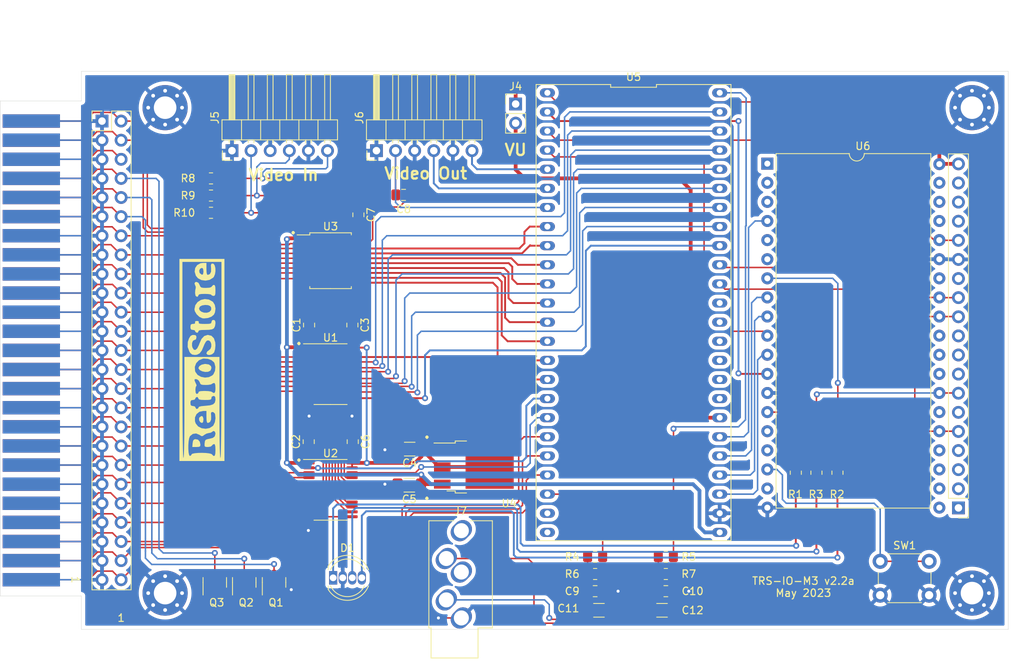
<source format=kicad_pcb>
(kicad_pcb (version 20211014) (generator pcbnew)
  (layers (0 "F.Cu" signal) (31 "B.Cu" signal) (34 "B.Paste" user) (35 "F.Paste" user) (36 "B.SilkS" user "B.Silkscreen") (37 "F.SilkS" user "F.Silkscreen") (38 "B.Mask" user) (39 "F.Mask" user) (44 "Edge.Cuts" user))
  (net 0 "")
  (net 1 "+5V")
  (net 2 "GND")
  (net 3 "+3V3")
  (net 4 "VIDEO_O")
  (net 5 "_IN")
  (net 6 "_OUT")
  (net 7 "_RESET")
  (net 8 "_IOINT")
  (net 9 "_IOWAIT")
  (net 10 "_EXTIOSEL")
  (net 11 "NC")
  (net 12 "_M1")
  (net 13 "_IORQ")
  (net 19 "A2D5")
  (net 20 "D4")
  (net 21 "A0D7")
  (net 22 "D7")
  (net 23 "A1D6")
  (net 24 "D1")
  (net 26 "D6")
  (net 27 "A0")
  (net 28 "D3")
  (net 29 "A1")
  (net 30 "D5")
  (net 31 "D0")
  (net 32 "A4")
  (net 33 "D2")
  (net 35 "A3")
  (net 36 "A5")
  (net 37 "A7")
  (net 38 "A6")
  (net 40 "A2")
  (net 41 "WAIT")
  (net 42 "+1V8")
  (net 43 "VIDEO")
  (net 44 "VSYNC")
  (net 45 "HSYNC")
  (net 46 "VSYNC_O")
  (net 47 "ESP_S0")
  (net 48 "ESP_S1")
  (net 49 "SCK")
  (net 50 "MOSI")
  (net 51 "HSYNC_O")
  (net 52 "EXTIOSEL")
  (net 53 "A3D4")
  (net 54 "A4D3")
  (net 55 "A5D2")
  (net 56 "READ_N")
  (net 57 "MISO")
  (net 58 "A6D1")
  (net 59 "A7D0")
  (net 60 "ABUS_SEL_N")
  (net 61 "_INX")
  (net 62 "_OUTX")
  (net 63 "_RESETX")
  (net 64 "_M1X")
  (net 65 "_IORQX")
  (net 66 "HSYNCX")
  (net 67 "VSYNCX")
  (net 76 "DBUS_SEL_N")
  (net 77 "BUTTON")
  (net 78 "LED_GREEN")
  (net 79 "LED_BLUE")
  (net 80 "LED_RED")
  (net 81 "Net-(D1-Pad4)")
  (net 82 "Net-(D1-Pad3)")
  (net 83 "Net-(D1-Pad1)")
  (net 85 "CS_SD_CARD")
  (net 87 "VU")
  (net 88 "VIDEOX")
  (net 89 "INT")
  (net 90 "DONE")
  (net 92 "CS_FPGA")
  (net 93 "ESP_S2")
  (net 96 "REQ")
  (net 101 "Net-(C11-Pad2)")
  (net 104 "Net-(C10-Pad1)")
  (net 110 "Net-(C11-Pad1)")
  (net 111 "Net-(C12-Pad1)")
  (net 112 "CASS_OUT_LEFT")
  (net 113 "CASS_OUT_RIGHT")
  (footprint "MountingHole:MountingHole_3mm_Pad_Via" (layer "F.Cu") (at 124.714 60.96)
    (fp_text reference "H1" hide)
    (fp_text value "MountingHole_Pad")
  )
  (footprint "MountingHole:MountingHole_3mm_Pad_Via" (layer "F.Cu") (at 231.95 60.96)
    (fp_text reference "H2" hide)
    (fp_text value "MountingHole_Pad")
  )
  (footprint "MountingHole:MountingHole_3mm_Pad_Via" (layer "F.Cu") (at 124.714 125.476)
    (fp_text reference "H3" hide)
    (fp_text value "MountingHole_Pad")
  )
  (footprint "MountingHole:MountingHole_3mm_Pad_Via" (layer "F.Cu") (at 231.95 125.476)
    (fp_text reference "H4" hide)
    (fp_text value "MountingHole_Pad")
  )
  (footprint "Resistor_SMD:R_0805_2012Metric_Pad1.20x1.40mm_HandSolder" (layer "F.Cu") (at 130.81 72.644 180)
    (fp_text reference "R9")
    (fp_text value "10K")
  )
  (footprint "Resistor_SMD:R_0805_2012Metric_Pad1.20x1.40mm_HandSolder" (layer "F.Cu") (at 130.81 70.358 180)
    (fp_text reference "R8")
    (fp_text value "10K")
  )
  (footprint "Resistor_SMD:R_0805_2012Metric_Pad1.20x1.40mm_HandSolder" (layer "F.Cu") (at 208.534 109.474 -90)
    (fp_text reference "R1")
    (fp_text value "100")
  )
  (footprint "Resistor_SMD:R_0805_2012Metric_Pad1.20x1.40mm_HandSolder" (layer "F.Cu") (at 214.068 109.474 -90)
    (fp_text reference "R2")
    (fp_text value "100")
  )
  (footprint "Connector_PinHeader_2.54mm:PinHeader_1x06_P2.54mm_Horizontal" (layer "F.Cu") (at 133.6 66.675 90)
    (fp_text reference "J5")
    (fp_text value "Conn_01x06_Male")
  )
  (footprint "Capacitor_SMD:C_0805_2012Metric_Pad1.18x1.45mm_HandSolder" (layer "F.Cu") (at 149.65 105.35 -90)
    (fp_text reference "C6")
    (fp_text value "0.1uF")
  )
  (footprint "TRS-IO-M1:DIP-48_W22.9mm" (layer "F.Cu") (at 186.97 88.195 -90)
    (fp_text reference "U5")
    (fp_text value "Tango_Nano_9K")
  )
  (footprint "Capacitor_SMD:C_0805_2012Metric_Pad1.18x1.45mm_HandSolder" (layer "F.Cu") (at 143.85 89.85 90)
    (fp_text reference "C1")
    (fp_text value "0.1uF")
  )
  (footprint "Capacitor_SMD:C_0805_2012Metric_Pad1.18x1.45mm_HandSolder" (layer "F.Cu") (at 150.4 75.2 -90)
    (fp_text reference "C7")
    (fp_text value "0.1uF")
  )
  (footprint "Package_TO_SOT_SMD:TO-252-3_TabPin2" (layer "F.Cu") (at 165.744 108.713)
    (fp_text reference "U4")
    (fp_text value "LD1117DT18TR")
  )
  (footprint "Package_SO:TSSOP-24_4.4x7.8mm_P0.65mm" (layer "F.Cu") (at 146.7 111.75)
    (fp_text reference "U2")
    (fp_text value "SN74LVCH8T245")
  )
  (footprint "Capacitor_SMD:C_0805_2012Metric_Pad1.18x1.45mm_HandSolder" (layer "F.Cu") (at 149.6 89.85 -90)
    (fp_text reference "C3")
    (fp_text value "0.1uF")
  )
  (footprint "TRS-IO-M3:Jack_3.5mm_CUI_SJ1-3535NG_Horizontal_CircularHoles" (layer "F.Cu") (at 164.084 128.778 180)
    (fp_text reference "J7")
    (fp_text value "AudioJack3")
  )
  (footprint "Package_TO_SOT_SMD:SOT-23" (layer "F.Cu") (at 135.2296 124.0536 90)
    (fp_text reference "Q2")
    (fp_text value "2N7002")
  )
  (footprint "Resistor_SMD:R_0805_2012Metric_Pad1.20x1.40mm_HandSolder" (layer "F.Cu") (at 191.262 122.936)
    (fp_text reference "R7")
    (fp_text value "150R")
  )
  (footprint "Capacitor_SMD:C_1206_3216Metric_Pad1.33x1.80mm_HandSolder" (layer "F.Cu") (at 157.219 106.338 180)
    (fp_text reference "C4")
    (fp_text value "10u")
  )
  (footprint "Connector_PinHeader_2.54mm:PinHeader_1x02_P2.54mm_Vertical" (layer "F.Cu") (at 171.3 60.475)
    (fp_text reference "J4")
    (fp_text value "Conn_01x02_Male")
  )
  (footprint "Capacitor_SMD:C_1206_3216Metric_Pad1.33x1.80mm_HandSolder" (layer "F.Cu") (at 190.754 127.762 180)
    (fp_text reference "C12")
    (fp_text value "10U")
  )
  (footprint "TRS-IO-M1:DIP-38_W22.9mm" (layer "F.Cu") (at 204.75 68.4)
    (fp_text reference "U6")
    (fp_text value "HiLetgo-ESP-32S")
  )
  (footprint "Capacitor_SMD:C_0805_2012Metric_Pad1.18x1.45mm_HandSolder" (layer "F.Cu") (at 181.864 125.222)
    (fp_text reference "C9")
    (fp_text value "100N")
  )
  (footprint "TRS-IO:EDGE50" (layer "F.Cu") (at 106.934 84.963 -90)
    (fp_text reference "J1" hide)
    (fp_text value "Conn_02x25_Odd_Even")
  )
  (footprint "Package_TO_SOT_SMD:SOT-23" (layer "F.Cu") (at 139.192 124.0536 90)
    (fp_text reference "Q1")
    (fp_text value "2N7002")
  )
  (footprint "LOGO" (layer "F.Cu") (at 129.54 94.488 90)
    (fp_text reference "G1" hide)
    (fp_text value "LOGO" hide)
  )
  (footprint "Connector_PinHeader_2.54mm:PinHeader_1x06_P2.54mm_Horizontal" (layer "F.Cu") (at 152.8 66.675 90)
    (fp_text reference "J6")
    (fp_text value "Conn_01x06_Male")
  )
  (footprint "Resistor_SMD:R_0805_2012Metric_Pad1.20x1.40mm_HandSolder" (layer "F.Cu") (at 211.274 109.474 -90)
    (fp_text reference "R3")
    (fp_text value "100")
  )
  (footprint "Capacitor_SMD:C_0805_2012Metric_Pad1.18x1.45mm_HandSolder" (layer "F.Cu") (at 191.262 125.222)
    (fp_text reference "C10")
    (fp_text value "100N")
  )
  (footprint "Resistor_SMD:R_0805_2012Metric_Pad1.20x1.40mm_HandSolder" (layer "F.Cu") (at 181.864 120.65)
    (fp_text reference "R4")
    (fp_text value "270R")
  )
  (footprint "Resistor_SMD:R_0805_2012Metric_Pad1.20x1.40mm_HandSolder" (layer "F.Cu") (at 181.864 122.936)
    (fp_text reference "R6")
    (fp_text value "150R")
  )
  (footprint "LED_THT:LED_D5.0mm-4_RGB" (layer "F.Cu") (at 147.0456 123.444)
    (fp_text reference "D1")
    (fp_text value "LED_RCBG")
  )
  (footprint "Resistor_SMD:R_0805_2012Metric_Pad1.20x1.40mm_HandSolder" (layer "F.Cu") (at 191.262 120.65)
    (fp_text reference "R5")
    (fp_text value "270R")
  )
  (footprint "TRS-IO:Pin_Header_Straight_2x25_Pitch2.54mm" (layer "F.Cu") (at 116.327 62.743)
    (fp_text reference "J2" hide)
    (fp_text value "Conn_02x25_Odd_Even")
  )
  (footprint "Capacitor_SMD:C_1206_3216Metric_Pad1.33x1.80mm_HandSolder" (layer "F.Cu") (at 182.372 127.762 180)
    (fp_text reference "C11")
    (fp_text value "10U")
  )
  (footprint "Capacitor_SMD:C_0805_2012Metric_Pad1.18x1.45mm_HandSolder" (layer "F.Cu") (at 143.8 105.35 90)
    (fp_text reference "C2")
    (fp_text value "0.1uF")
  )
  (footprint "Button_Switch_THT:SW_PUSH_6mm_H9.5mm" (layer "F.Cu") (at 226.25 125.75 180)
    (fp_text reference "SW1")
    (fp_text value "SW_Push")
  )
  (footprint "Package_SO:TSSOP-24_4.4x7.8mm_P0.65mm" (layer "F.Cu") (at 146.7 96.375)
    (fp_text reference "U1")
    (fp_text value "SN74LVCH8T245")
  )
  (footprint "Capacitor_SMD:C_1206_3216Metric_Pad1.33x1.80mm_HandSolder" (layer "F.Cu") (at 157.169 111.138 180)
    (fp_text reference "C5")
    (fp_text value "100u")
  )
  (footprint "Capacitor_SMD:C_0805_2012Metric_Pad1.18x1.45mm_HandSolder" (layer "F.Cu") (at 156.4125 72.55)
    (fp_text reference "C8")
    (fp_text value "100")
  )
  (footprint "TRS-IO-M3:SSOP-20_5.3x7.2mm_P0.65mm_slim" (layer "F.Cu") (at 146.7 81.3)
    (fp_text reference "U3")
    (fp_text value "74LVC245")
  )
  (footprint "Connector_PinHeader_2.54mm:PinHeader_1x19_P2.54mm_Vertical" (layer "F.Cu") (at 230.15 114.15 180)
    (fp_text reference "J3" hide)
    (fp_text value "Conn_01x19")
  )
  (footprint "Resistor_SMD:R_0805_2012Metric_Pad1.20x1.40mm_HandSolder" (layer "F.Cu") (at 130.81 74.93 180)
    (fp_text reference "R10")
    (fp_text value "10K")
  )
  (footprint "Package_TO_SOT_SMD:SOT-23" (layer "F.Cu") (at 131.318 124.0536 90)
    (fp_text reference "Q3")
    (fp_text value "2N7002")
  )
  (gr_line (start 113.5888 130.302) (end 236.776 130.302) (layer "Edge.Cuts") (width 0.05))
  (gr_line (start 102.7938 125.857) (end 102.7938 60.071) (layer "Edge.Cuts") (width 0.05))
  (gr_line (start 113.5889 60.071) (end 113.5889 56.134) (layer "Edge.Cuts") (width 0.05))
  (gr_line (start 236.776 56.134) (end 236.776 130.302) (layer "Edge.Cuts") (width 0.05))
  (gr_line (start 113.589 56.134) (end 236.776 56.134) (layer "Edge.Cuts") (width 0.05))
  (gr_line (start 113.5888 125.857) (end 113.5888 130.302) (layer "Edge.Cuts") (width 0.05))
  (gr_line (start 102.7938 125.857) (end 113.5888 125.857) (layer "Edge.Cuts") (width 0.05))
  (gr_line (start 102.7938 60.071) (end 113.5888 60.071) (layer "Edge.Cuts") (width 0.05))
  (gr_text "1" (at 112.776 123.698 270) (layer "F.SilkS") (effects (font (size 1 1))))
  (gr_text "." (at 142.494 91.694) (layer "F.SilkS") (effects (font (size 1.5 1.5) (thickness 0.3)) (justify mirror)))
  (gr_text "." (at 141.732 76.962) (layer "F.SilkS") (effects (font (size 1.5 1.5) (thickness 0.3)) (justify mirror)))
  (gr_text "." (at 159.506757 112.268) (layer "F.SilkS") (effects (font (size 1.5 1.5) (thickness 0.3)) (justify mirror)))
  (gr_text "." (at 142.494 107.188) (layer "F.SilkS") (effects (font (size 1.5 1.5) (thickness 0.3)) (justify mirror)))
  (gr_text "Video Out" (at 159.35 69.7) (layer "F.SilkS") (effects (font (size 1.5 1.5) (thickness 0.3))))
  (gr_text "TRS-IO-M3 v2.2a\nMay 2023" (at 209.55 124.6632) (layer "F.SilkS") (effects (font (size 1 1))))
  (gr_text "Video In" (at 140.45 69.9) (layer "F.SilkS") (effects (font (size 1.5 1.5) (thickness 0.3))))
  (gr_text "1" (at 118.872 128.778) (layer "F.SilkS") (effects (font (size 1 1))))
  (gr_text "." (at 159.512 104.14) (layer "F.SilkS") (effects (font (size 1.5 1.5) (thickness 0.3)) (justify mirror)))
  (gr_text "VU" (at 171.3 66.571) (layer "F.SilkS") (effects (font (size 1.5 1.5) (thickness 0.3))))
  (segment (start 171.3 60.475) (end 171.3 58.57) (width 0.50038) (layer "F.Cu") (net 1))
  (segment (start 230.15 68.43) (end 227.6435 68.43) (width 0.50038) (layer "F.Cu") (net 1))
  (segment (start 226.06 57.404) (end 227.61 58.954) (width 0.50038) (layer "F.Cu") (net 1))
  (segment (start 172.466 57.404) (end 226.06 57.404) (width 0.50038) (layer "F.Cu") (net 1))
  (segment (start 227.6435 68.43) (end 227.61 68.4635) (width 0.50038) (layer "F.Cu") (net 1))
  (segment (start 171.3 58.57) (end 172.466 57.404) (width 0.50038) (layer "F.Cu") (net 1))
  (segment (start 227.61 58.954) (end 227.61 68.4635) (width 0.50038) (layer "F.Cu") (net 1))
  (segment (start 192.262 125.1845) (end 192.2995 125.222) (width 0.2) (layer "F.Cu") (net 2))
  (segment (start 149.5625 101.9375) (end 149.55 101.95) (width 0.2) (layer "F.Cu") (net 2))
  (segment (start 149.5625 99.95) (end 149.5625 101.9375) (width 0.2) (layer "F.Cu") (net 2))
  (segment (start 143.8 104.3125) (end 143.8 102) (width 0.2) (layer "F.Cu") (net 2))
  (segment (start 130.429 66.675) (end 133.6 66.675) (width 0.2) (layer "F.Cu") (net 2))
  (segment (start 155.956 104.394) (end 155.6565 104.6935) (width 0.2) (layer "F.Cu") (net 2))
  (segment (start 150.4 74.1625) (end 155.8375 74.1625) (width 0.2) (layer "F.Cu") (net 2))
  (segment (start 129.81 70.358) (end 129.81 67.294) (width 0.2) (layer "F.Cu") (net 2))
  (segment (start 143.8375 115.325) (end 149.5625 115.325) (width 0.2) (layer "F.Cu") (net 2))
  (segment (start 134.605449 123.9012) (end 135.695349 124.9911) (width 0.25) (layer "F.Cu") (net 2))
  (segment (start 129.81 72.644) (end 129.81 74.93) (width 0.2) (layer "F.Cu") (net 2))
  (segment (start 155.6565 106.338) (end 154.012 106.338) (width 0.2) (layer "F.Cu") (net 2))
  (segment (start 136.1796 124.9911) (end 137.2695 123.9012) (width 0.25) (layer "F.Cu") (net 2))
  (segment (start 164.084 128.778) (end 161.036 128.778) (width 0.2) (layer "F.Cu") (net 2))
  (segment (start 150.2 79.025) (end 147.1366 79.025) (width 0.2) (layer "F.Cu") (net 2))
  (segment (start 139.657749 124.9911) (end 140.142 124.9911) (width 0.25) (layer "F.Cu") (net 2))
  (segment (start 143.8375 99.3) (end 143.8375 99.95) (width 0.2) (layer "F.Cu") (net 2))
  (segment (start 143.8375 101.9375) (end 143.85 101.95) (width 0.2) (layer "F.Cu") (net 2))
  (segment (start 154.064 111.138) (end 153.924 110.998) (width 0.2) (layer "F.Cu") (net 2))
  (segment (start 129.81 70.358) (end 129.81 72.644) (width 0.2) (layer "F.Cu") (net 2))
  (segment (start 143.2 88.1625) (end 143.85 88.8125) (width 0.2) (layer "F.Cu") (net 2))
  (segment (start 135.695349 124.9911) (end 136.1796 124.9911) (width 0.25) (layer "F.Cu") (net 2))
  (segment (start 149.65 104.3125) (end 149.65 102.05) (width 0.2) (layer "F.Cu") (net 2))
  (segment (start 143.8375 117.0625) (end 143.75 117.15) (width 0.2) (layer "F.Cu") (net 2))
  (segment (start 138.567849 123.9012) (end 139.657749 124.9911) (width 0.25) (layer "F.Cu") (net 2))
  (segment (start 155.6065 111.138) (end 154.064 111.138) (width 0.2) (layer "F.Cu") (net 2))
  (segment (start 192.262 122.936) (end 192.262 125.1845) (width 0.2) (layer "F.Cu") (net 2))
  (segment (start 182.864 122.936) (end 182.864 125.1845) (width 0.2) (layer "F.Cu") (net 2))
  (segment (start 161.29 104.394) (end 155.956 104.394) (width 0.2) (layer "F.Cu") (net 2))
  (segment (start 192.2995 125.222) (end 194.31 125.222) (width 0.2) (layer "F.Cu") (net 2))
  (segment (start 151.725 79.025) (end 152.3 78.45) (width 0.2) (layer "F.Cu") (net 2))
  (segment (start 182.9015 125.222) (end 184.912 125.222) (width 0.2) (layer "F.Cu") (net 2))
  (segment (start 157.88 72.12) (end 157.88 66.675) (width 0.2) (layer "F.Cu") (net 2))
  (segment (start 182.864 125.1845) (end 182.9015 125.222) (width 0.2) (layer "F.Cu") (net 2))
  (segment (start 143.8 102) (end 143.85 101.95) (width 0.2) (layer "F.Cu") (net 2))
  (segment (start 149.65 102.05) (end 149.55 101.95) (width 0.2) (layer "F.Cu") (net 2))
  (segment (start 149.6 88.8125) (end 143.85 88.8125) (width 0.2) (layer "F.Cu") (net 2))
  (segment (start 147.1366 79.025) (end 146.65 79.5116) (width 0.2) (layer "F.Cu") (net 2))
  (segment (start 155.8375 74.1625) (end 157.45 72.55) (width 0.2) (layer "F.Cu") (net 2))
  (segment (start 141.4503 124.9911) (end 141.478 125.0188) (width 0.25) (layer "F.Cu") (net 2))
  (segment (start 132.268 124.9911) (end 133.3579 123.9012) (width 0.25) (layer "F.Cu") (net 2))
  (segment (start 129.81 67.294) (end 130.429 66.675) (width 0.2) (layer "F.Cu") (net 2))
  (segment (start 143.8375 114.675) (end 143.8375 115.325) (width 0.2) (layer "F.Cu") (net 2))
  (segment (start 155.6565 104.6935) (end 155.6565 106.338) (width 0.2) (layer "F.Cu") (net 2))
  (segment (start 146.65 79.5116) (end 146.65 83.728) (width 0.2) (layer "F.Cu") (net 2))
  (segment (start 143.8375 115.325) (end 143.8375 117.0625) (width 0.2) (layer "F.Cu") (net 2))
  (segment (start 152.3 74.8) (end 151.6625 74.1625) (width 0.2) (layer "F.Cu") (net 2))
  (segment (start 157.45 72.55) (end 157.88 72.12) (width 0.2) (layer "F.Cu") (net 2))
  (segment (start 161.544 106.433) (end 161.544 104.648) (width 0.2) (layer "F.Cu") (net 2))
  (segment (start 152.3 78.45) (end 152.3 74.8) (width 0.2) (layer "F.Cu") (net 2))
  (segment (start 146.65 83.728) (end 146.153 84.225) (width 0.2) (layer "F.Cu") (net 2))
  (segment (start 146.153 84.225) (end 143.2 84.225) (width 0.2) (layer "F.Cu") (net 2))
  (segment (start 161.544 104.648) (end 161.29 104.394) (width 0.2) (layer "F.Cu") (net 2))
  (segment (start 143.8375 99.95) (end 143.8375 101.9375) (width 0.2) (layer "F.Cu") (net 2))
  (segment (start 140.142 124.9911) (end 141.4503 124.9911) (width 0.25) (layer "F.Cu") (net 2))
  (segment (start 143.2 84.225) (end 143.2 88.1625) (width 0.2) (layer "F.Cu") (net 2))
  (segment (start 150.2 79.025) (end 151.725 79.025) (width 0.2) (layer "F.Cu") (net 2))
  (segment (start 154.012 106.338) (end 153.924 106.426) (width 0.2) (layer "F.Cu") (net 2))
  (segment (start 151.6625 74.1625) (end 150.4 74.1625) (width 0.2) (layer "F.Cu") (net 2))
  (segment (start 137.2695 123.9012) (end 138.567849 123.9012) (width 0.25) (layer "F.Cu") (net 2))
  (segment (start 133.3579 123.9012) (end 134.605449 123.9012) (width 0.25) (layer "F.Cu") (net 2))
  (via (at 149.55 101.95) (size 0.8) (drill 0.4) (layers "F.Cu" "B.Cu") (net 2))
  (via (at 184.912 125.222) (size 0.8) (drill 0.4) (layers "F.Cu" "B.Cu") (net 2))
  (via (at 143.75 117.15) (size 0.8) (drill 0.4) (layers "F.Cu" "B.Cu") (net 2))
  (via (at 153.924 110.998) (size 0.8) (drill 0.4) (layers "F.Cu" "B.Cu") (net 2))
  (via (at 161.036 128.778) (size 0.8) (drill 0.4) (layers "F.Cu" "B.Cu") (net 2))
  (via (at 153.924 106.426) (size 0.8) (drill 0.4) (layers "F.Cu" "B.Cu") (net 2))
  (via (at 194.31 125.222) (size 0.8) (drill 0.4) (layers "F.Cu" "B.Cu") (net 2))
  (via (at 141.478 125.0188) (size 0.8) (drill 0.4) (layers "F.Cu" "B.Cu") (net 2))
  (via (at 143.85 101.95) (size 0.8) (drill 0.4) (layers "F.Cu" "B.Cu") (net 2))
  (segment (start 116.322 88.138) (end 116.327 88.143) (width 0.2) (layer "B.Cu") (net 2))
  (segment (start 106.934 77.978) (end 116.322 77.978) (width 0.2) (layer "B.Cu") (net 2))
  (segment (start 106.934 93.218) (end 116.322 93.218) (width 0.2) (layer "B.Cu") (net 2))
  (segment (start 106.934 80.518) (end 116.322 80.518) (width 0.2) (layer "B.Cu") (net 2))
  (segment (start 116.322 98.298) (end 116.327 98.303) (width 0.2) (layer "B.Cu") (net 2))
  (segment (start 106.934 95.758) (end 116.322 95.758) (width 0.2) (layer "B.Cu") (net 2))
  (segment (start 106.934 113.538) (end 116.322 113.538) (width 0.2) (layer "B.Cu") (net 2))
  (segment (start 116.322 123.698) (end 116.327 123.703) (width 0.2) (layer "B.Cu") (net 2))
  (segment (start 116.322 108.458) (end 116.327 108.463) (width 0.2) (layer "B.Cu") (net 2))
  (segment (start 106.934 65.278) (end 116.322 65.278) (width 0.2) (layer "B.Cu") (net 2))
  (segment (start 106.934 72.898) (end 116.322 72.898) (width 0.2) (layer "B.Cu") (net 2))
  (segment (start 116.322 105.918) (end 116.327 105.923) (width 0.2) (layer "B.Cu") (net 2))
  (segment (start 106.934 98.298) (end 116.322 98.298) (width 0.2) (layer "B.Cu") (net 2))
  (segment (start 106.934 62.738) (end 116.322 62.738) (width 0.2) (layer "B.Cu") (net 2))
  (segment (start 106.934 83.058) (end 116.322 83.058) (width 0.2) (layer "B.Cu") (net 2))
  (segment (start 106.934 75.438) (end 116.322 75.438) (width 0.2) (layer "B.Cu") (net 2))
  (segment (start 106.934 67.818) (end 116.322 67.818) (width 0.2) (layer "B.Cu") (net 2))
  (segment (start 116.322 85.598) (end 116.327 85.603) (width 0.2) (layer "B.Cu") (net 2))
  (segment (start 116.322 118.618) (end 116.327 118.623) (width 0.2) (layer "B.Cu") (net 2))
  (segment (start 116.322 67.818) (end 116.327 67.823) (width 0.2) (layer "B.Cu") (net 2))
  (segment (start 116.322 72.898) (end 116.327 72.903) (width 0.2) (layer "B.Cu") (net 2))
  (segment (start 106.934 108.458) (end 116.322 108.458) (width 0.2) (layer "B.Cu") (net 2))
  (segment (start 116.322 80.518) (end 116.327 80.523) (width 0.2) (layer "B.Cu") (net 2))
  (segment (start 106.934 103.378) (end 116.322 103.378) (width 0.2) (layer "B.Cu") (net 2))
  (segment (start 116.322 83.058) (end 116.327 83.063) (width 0.2) (layer "B.Cu") (net 2))
  (segment (start 106.934 88.138) (end 116.322 88.138) (width 0.2) (layer "B.Cu") (net 2))
  (segment (start 106.934 118.618) (end 116.322 118.618) (width 0.2) (layer "B.Cu") (net 2))
  (segment (start 116.322 121.158) (end 116.327 121.163) (width 0.2) (layer "B.Cu") (net 2))
  (segment (start 116.322 110.998) (end 116.327 111.003) (width 0.2) (layer "B.Cu") (net 2))
  (segment (start 106.934 105.918) (end 116.322 105.918) (width 0.2) (layer "B.Cu") (net 2))
  (segment (start 116.322 65.278) (end 116.327 65.283) (width 0.2) (layer "B.Cu") (net 2))
  (segment (start 116.322 113.538) (end 116.327 113.543) (width 0.2) (layer "B.Cu") (net 2))
  (segment (start 106.934 123.698) (end 116.322 123.698) (width 0.2) (layer "B.Cu") (net 2))
  (segment (start 116.322 116.078) (end 116.327 116.083) (width 0.2) (layer "B.Cu") (net 2))
  (segment (start 116.322 75.438) (end 116.327 75.443) (width 0.2) (layer "B.Cu") (net 2))
  (segment (start 116.322 103.378) (end 116.327 103.383) (width 0.2) (layer "B.Cu") (net 2))
  (segment (start 106.934 100.838) (end 116.322 100.838) (width 0.2) (layer "B.Cu") (net 2))
  (segment (start 116.322 100.838) (end 116.327 100.843) (width 0.2) (layer "B.Cu") (net 2))
  (segment (start 106.934 85.598) (end 116.322 85.598) (width 0.2) (layer "B.Cu") (net 2))
  (segment (start 116.322 90.678) (end 116.327 90.683) (width 0.2) (layer "B.Cu") (net 2))
  (segment (start 106.934 116.078) (end 116.322 116.078) (width 0.2) (layer "B.Cu") (net 2))
  (segment (start 116.322 93.218) (end 116.327 93.223) (width 0.2) (layer "B.Cu") (net 2))
  (segment (start 116.322 70.358) (end 116.327 70.363) (width 0.2) (layer "B.Cu") (net 2))
  (segment (start 106.934 90.678) (end 116.322 90.678) (width 0.2) (layer "B.Cu") (net 2))
  (segment (start 116.322 62.738) (end 116.327 62.743) (width 0.2) (layer "B.Cu") (net 2))
  (segment (start 116.322 95.758) (end 116.327 95.763) (width 0.2) (layer "B.Cu") (net 2))
  (segment (start 116.322 77.978) (end 116.327 77.983) (width 0.2) (layer "B.Cu") (net 2))
  (segment (start 106.934 70.358) (end 116.322 70.358) (width 0.2) (layer "B.Cu") (net 2))
  (segment (start 106.934 110.998) (end 116.322 110.998) (width 0.2) (layer "B.Cu") (net 2))
  (segment (start 106.934 121.158) (end 116.322 121.158) (width 0.2) (layer "B.Cu") (net 2))
  (segment (start 143.8375 92.8) (end 143.8375 93.45) (width 0.50038) (layer "F.Cu") (net 3))
  (segment (start 150.4 78.175) (end 150.25019 78.32481) (width 0.50038) (layer "F.Cu") (net 3))
  (segment (start 150.4 76.2375) (end 150.4 78.175) (width 0.50038) (layer "F.Cu") (net 3))
  (segment (start 143.85 92.7875) (end 143.8375 92.8) (width 0.50038) (layer "F.Cu") (net 3))
  (segment (start 140.9 78.45) (end 141.02519 78.32481) (width 0.50038) (layer "F.Cu") (net 3))
  (segment (start 161.544 110.993) (end 158.8765 110.993) (width 0.50038) (layer "F.Cu") (net 3))
  (segment (start 140.925 108.175) (end 140.9 108.15) (width 0.50038) (layer "F.Cu") (net 3))
  (segment (start 158.75 111.1195) (end 158.7315 111.138) (width 0.50038) (layer "F.Cu") (net 3))
  (segment (start 141.02519 78.32481) (end 143.14981 78.32481) (width 0.50038) (layer "F.Cu") (net 3))
  (segment (start 143.85 90.8875) (end 143.85 92.7875) (width 0.50038) (layer "F.Cu") (net 3))
  (segment (start 143.8 108.1375) (end 143.8375 108.175) (width 0.50038) (layer "F.Cu") (net 3))
  (segment (start 158.75 109.728) (end 158.75 111.1195) (width 0.50038) (layer "F.Cu") (net 3))
  (segment (start 150.2 78.375) (end 143.2 78.375) (width 0.2) (layer "F.Cu") (net 3))
  (segment (start 143.8375 108.175) (end 140.925 108.175) (width 0.50038) (layer "F.Cu") (net 3))
  (segment (start 150.25019 78.32481) (end 150.2 78.32481) (width 0.50038) (layer "F.Cu") (net 3))
  (segment (start 143.8 106.3875) (end 143.8 108.1375) (width 0.50038) (layer "F.Cu") (net 3))
  (segment (start 143.8375 92.8) (end 140.9 92.8) (width 0.50038) (layer "F.Cu") (net 3))
  (via (at 158.75 109.728) (size 0.8) (drill 0.4) (layers "F.Cu" "B.Cu") (net 3))
  (via (at 140.9 78.45) (size 0.8) (drill 0.4) (layers "F.Cu" "B.Cu") (net 3))
  (via (at 140.9 92.8) (size 0.8) (drill 0.4) (layers "F.Cu" "B.Cu") (net 3))
  (via (at 140.9 108.15) (size 0.8) (drill 0.4) (layers "F.Cu" "B.Cu") (net 3))
  (segment (start 196.4498 117.405) (end 198.42 117.405) (width 0.50038) (layer "B.Cu") (net 3))
  (segment (start 142.478 109.728) (end 142.494 109.728) (width 0.50038) (layer "B.Cu") (net 3))
  (segment (start 194.8688 110.998) (end 195.7324 111.8616) (width 0.50038) (layer "B.Cu") (net 3))
  (segment (start 158.75 109.728) (end 160.02 110.998) (width 0.50038) (layer "B.Cu") (net 3))
  (segment (start 195.7324 111.8616) (end 195.7324 116.6876) (width 0.50038) (layer "B.Cu") (net 3))
  (segment (start 195.7324 116.6876) (end 196.4498 117.405) (width 0.50038) (layer "B.Cu") (net 3))
  (segment (start 160.02 110.998) (end 194.8688 110.998) (width 0.50038) (layer "B.Cu") (net 3))
  (segment (start 140.9 92.8) (end 140.9 78.45) (width 0.50038) (layer "B.Cu") (net 3))
  (segment (start 142.494 109.728) (end 158.75 109.728) (width 0.50038) (layer "B.Cu") (net 3))
  (segment (start 140.9 108.15) (end 142.478 109.728) (width 0.50038) (layer "B.Cu") (net 3))
  (segment (start 140.9 108.15) (end 140.9 92.8) (width 0.50038) (layer "B.Cu") (net 3))
  (segment (start 155.34 72.515) (end 155.34 66.675) (width 0.2) (layer "F.Cu") (net 4))
  (segment (start 155.375 72.55) (end 155.34 72.515) (width 0.2) (layer "F.Cu") (net 4))
  (segment (start 156.013 74.225) (end 175.52 74.225) (width 0.2) (layer "B.Cu") (net 4))
  (segment (start 155.34 66.675) (end 155.34 73.552) (width 0.2) (layer "B.Cu") (net 4))
  (segment (start 155.34 73.552) (end 156.013 74.225) (width 0.2) (layer "B.Cu") (net 4))
  (segment (start 117.637367 81.833367) (end 118.867 83.063) (width 0.2) (layer "F.Cu") (net 5))
  (segment (start 134.963 83.063) (end 135.575 83.675) (width 0.2) (layer "F.Cu") (net 5))
  (segment (start 106.934 83.058) (end 114.558 83.058) (width 0.2) (layer "F.Cu") (net 5))
  (segment (start 114.558 83.058) (end 115.782633 81.833367) (width 0.2) (layer "F.Cu") (net 5))
  (segment (start 118.867 83.063) (end 134.963 83.063) (width 0.2) (layer "F.Cu") (net 5))
  (segment (start 135.575 83.675) (end 142.925 83.675) (width 0.2) (layer "F.Cu") (net 5))
  (segment (start 115.782633 81.833367) (end 117.637367 81.833367) (width 0.2) (layer "F.Cu") (net 5))
  (segment (start 136.125 82.925) (end 143.2 82.925) (width 0.2) (layer "F.Cu") (net 6))
  (segment (start 106.934 80.518) (end 114.532 80.518) (width 0.2) (layer "F.Cu") (net 6))
  (segment (start 117.507367 79.163367) (end 118.867 80.523) (width 0.2) (layer "F.Cu") (net 6))
  (segment (start 118.867 80.523) (end 134.973 80.523) (width 0.2) (layer "F.Cu") (net 6))
  (segment (start 114.532 80.518) (end 115.886633 79.163367) (width 0.2) (layer "F.Cu") (net 6))
  (segment (start 134.973 80.523) (end 135.5 81.05) (width 0.2) (layer "F.Cu") (net 6))
  (segment (start 135.5 81.05) (end 135.5 82.3) (width 0.2) (layer "F.Cu") (net 6))
  (segment (start 135.5 82.3) (end 136.125 82.925) (width 0.2) (layer "F.Cu") (net 6))
  (segment (start 115.886633 79.163367) (end 117.507367 79.163367) (width 0.2) (layer "F.Cu") (net 6))
  (segment (start 114.522 77.978) (end 115.706633 76.793367) (width 0.2) (layer "F.Cu") (net 7))
  (segment (start 117.677367 76.793367) (end 118.867 77.983) (width 0.2) (layer "F.Cu") (net 7))
  (segment (start 118.867 77.983) (end 135.36 77.983) (width 0.2) (layer "F.Cu") (net 7))
  (segment (start 135.9 78.523) (end 135.9 81.65) (width 0.2) (layer "F.Cu") (net 7))
  (segment (start 115.706633 76.793367) (end 117.677367 76.793367) (width 0.2) (layer "F.Cu") (net 7))
  (segment (start 136.525 82.275) (end 143.2 82.275) (width 0.2) (layer "F.Cu") (net 7))
  (segment (start 135.36 77.983) (end 135.9 78.523) (width 0.2) (layer "F.Cu") (net 7))
  (segment (start 135.9 81.65) (end 136.525 82.275) (width 0.2) (layer "F.Cu") (net 7))
  (segment (start 106.934 77.978) (end 114.522 77.978) (width 0.2) (layer "F.Cu") (net 7))
  (segment (start 139.192 121.6152) (end 139.192 123.1161) (width 0.2) (layer "F.Cu") (net 8))
  (segment (start 114.512 75.438) (end 115.726633 74.223367) (width 0.2) (layer "F.Cu") (net 8))
  (segment (start 106.934 75.438) (end 114.512 75.438) (width 0.2) (layer "F.Cu") (net 8))
  (segment (start 115.726633 74.223367) (end 117.647367 74.223367) (width 0.2) (layer "F.Cu") (net 8))
  (segment (start 117.647367 74.223367) (end 118.867 75.443) (width 0.2) (layer "F.Cu") (net 8))
  (via (at 139.192 121.6152) (size 0.8) (drill 0.4) (layers "F.Cu" "B.Cu") (net 8))
  (segment (start 118.867 75.443) (end 121.643 75.443) (width 0.2) (layer "B.Cu") (net 8))
  (segment (start 122.1 75.9) (end 122.1 119.9) (width 0.2) (layer "B.Cu") (net 8))
  (segment (start 122.936 121.666) (end 139.1412 121.666) (width 0.2) (layer "B.Cu") (net 8))
  (segment (start 139.1412 121.666) (end 139.192 121.6152) (width 0.2) (layer "B.Cu") (net 8))
  (segment (start 121.643 75.443) (end 122.1 75.9) (width 0.2) (layer "B.Cu") (net 8))
  (segment (start 122.1 120.83) (end 122.936 121.666) (width 0.2) (layer "B.Cu") (net 8))
  (segment (start 122.1 119.9) (end 122.1 120.83) (width 0.2) (layer "B.Cu") (net 8))
  (segment (start 114.598 72.898) (end 115.743 71.753) (width 0.2) (layer "F.Cu") (net 9))
  (segment (start 135.2296 120.904) (end 135.2296 123.1161) (width 0.2) (layer "F.Cu") (net 9))
  (segment (start 115.743 71.753) (end 117.717 71.753) (width 0.2) (layer "F.Cu") (net 9))
  (segment (start 106.934 72.898) (end 114.598 72.898) (width 0.2) (layer "F.Cu") (net 9))
  (segment (start 117.717 71.753) (end 118.867 72.903) (width 0.2) (layer "F.Cu") (net 9))
  (via (at 135.2296 120.904) (size 0.8) (drill 0.4) (layers "F.Cu" "B.Cu") (net 9))
  (segment (start 123.444 120.65) (end 123.698 120.904) (width 0.2) (layer "B.Cu") (net 9))
  (segment (start 118.867 72.903) (end 122.653 72.903) (width 0.2) (layer "B.Cu") (net 9))
  (segment (start 122.95 119.7) (end 122.95 120.156) (width 0.2) (layer "B.Cu") (net 9))
  (segment (start 122.653 72.903) (end 122.95 73.2) (width 0.2) (layer "B.Cu") (net 9))
  (segment (start 123.698 120.904) (end 135.2296 120.904) (width 0.2) (layer "B.Cu") (net 9))
  (segment (start 122.95 120.156) (end 123.444 120.65) (width 0.2) (layer "B.Cu") (net 9))
  (segment (start 122.95 73.2) (end 122.95 119.7) (width 0.2) (layer "B.Cu") (net 9))
  (segment (start 131.318 120.142) (end 131.318 123.1161) (width 0.2) (layer "F.Cu") (net 10))
  (segment (start 106.934 70.358) (end 114.492 70.358) (width 0.2) (layer "F.Cu") (net 10))
  (segment (start 114.492 70.358) (end 115.7 69.15) (width 0.2) (layer "F.Cu") (net 10))
  (segment (start 115.7 69.15) (end 117.654 69.15) (width 0.2) (layer "F.Cu") (net 10))
  (segment (start 117.654 69.15) (end 118.867 70.363) (width 0.2) (layer "F.Cu") (net 10))
  (via (at 131.318 120.142) (size 0.8) (drill 0.4) (layers "F.Cu" "B.Cu") (net 10))
  (segment (start 123.9 119.582) (end 124.206 119.888) (width 0.2) (layer "B.Cu") (net 10))
  (segment (start 118.867 70.363) (end 123.513 70.363) (width 0.2) (layer "B.Cu") (net 10))
  (segment (start 123.513 70.363) (end 123.9 70.75) (width 0.2) (layer "B.Cu") (net 10))
  (segment (start 123.9 70.75) (end 123.9 119.3) (width 0.2) (layer "B.Cu") (net 10))
  (segment (start 124.46 120.142) (end 131.318 120.142) (width 0.2) (layer "B.Cu") (net 10))
  (segment (start 123.9 119.3) (end 123.9 119.582) (width 0.2) (layer "B.Cu") (net 10))
  (segment (start 124.206 119.888) (end 124.46 120.142) (width 0.2) (layer "B.Cu") (net 10))
  (segment (start 117.707367 66.663367) (end 118.867 67.823) (width 0.2) (layer "F.Cu") (net 11))
  (segment (start 115.736633 66.663367) (end 117.707367 66.663367) (width 0.2) (layer "F.Cu") (net 11))
  (segment (start 114.582 67.818) (end 115.736633 66.663367) (width 0.2) (layer "F.Cu") (net 11))
  (segment (start 106.934 67.818) (end 114.582 67.818) (width 0.2) (layer "F.Cu") (net 11))
  (segment (start 114.522 65.278) (end 115.667 64.133) (width 0.2) (layer "F.Cu") (net 12))
  (segment (start 136.45 81.1) (end 136.975 81.625) (width 0.2) (layer "F.Cu") (net 12))
  (segment (start 115.667 64.133) (end 117.717 64.133) (width 0.2) (layer "F.Cu") (net 12))
  (segment (start 136.0724 77.5) (end 136.45 77.8776) (width 0.2) (layer "F.Cu") (net 12))
  (segment (start 121.133 65.283) (end 121.8 65.95) (width 0.2) (layer "F.Cu") (net 12))
  (segment (start 136.975 81.625) (end 143.2 81.625) (width 0.2) (layer "F.Cu") (net 12))
  (segment (start 117.717 64.133) (end 118.867 65.283) (width 0.2) (layer "F.Cu") (net 12))
  (segment (start 106.934 65.278) (end 114.522 65.278) (width 0.2) (layer "F.Cu") (net 12))
  (segment (start 118.867 65.283) (end 121.133 65.283) (width 0.2) (layer "F.Cu") (net 12))
  (segment (start 122.4 77.5) (end 136.0724 77.5) (width 0.2) (layer "F.Cu") (net 12))
  (segment (start 121.8 65.95) (end 121.8 76.9) (width 0.2) (layer "F.Cu") (net 12))
  (segment (start 136.45 77.8776) (end 136.45 81.1) (width 0.2) (layer "F.Cu") (net 12))
  (segment (start 121.8 76.9) (end 122.4 77.5) (width 0.2) (layer "F.Cu") (net 12))
  (segment (start 120.493 62.743) (end 122.35 64.6) (width 0.2) (layer "F.Cu") (net 13))
  (segment (start 114.488 62.282) (end 115.177 61.593) (width 0.2) (layer "F.Cu") (net 13))
  (segment (start 137.05 80.5) (end 137.525 80.975) (width 0.2) (layer "F.Cu") (net 13))
  (segment (start 115.177 61.593) (end 117.717 61.593) (width 0.2) (layer "F.Cu") (net 13))
  (segment (start 137.525 80.975) (end 143.2 80.975) (width 0.2) (layer "F.Cu") (net 13))
  (segment (start 122.35 64.6) (end 122.35 76.55) (width 0.2) (layer "F.Cu") (net 13))
  (segment (start 122.8 77) (end 136.69 77) (width 0.2) (layer "F.Cu") (net 13))
  (segment (start 136.69 77) (end 137.05 77.36) (width 0.2) (layer "F.Cu") (net 13))
  (segment (start 114.488 62.738) (end 114.488 62.282) (width 0.2) (layer "F.Cu") (net 13))
  (segment (start 117.717 61.593) (end 118.867 62.743) (width 0.2) (layer "F.Cu") (net 13))
  (segment (start 137.05 77.36) (end 137.05 80.5) (width 0.2) (layer "F.Cu") (net 13))
  (segment (start 118.867 62.743) (end 120.493 62.743) (width 0.2) (layer "F.Cu") (net 13))
  (segment (start 122.35 76.55) (end 122.8 77) (width 0.2) (layer "F.Cu") (net 13))
  (segment (start 106.934 62.738) (end 114.488 62.738) (width 0.2) (layer "F.Cu") (net 13))
  (segment (start 149.5625 98) (end 157.436 98) (width 0.2) (layer "F.Cu") (net 19))
  (segment (start 147.725 110.325) (end 148.825 111.425) (width 0.2) (layer "F.Cu") (net 19))
  (segment (start 149.5625 98) (end 148.909315 98) (width 0.2) (layer "F.Cu") (net 19))
  (segment (start 157.436 98) (end 157.48 98.044) (width 0.2) (layer "F.Cu") (net 19))
  (segment (start 148.909315 98) (end 147.725 99.184315) (width 0.2) (layer "F.Cu") (net 19))
  (segment (start 147.725 99.184315) (end 147.725 110.325) (width 0.2) (layer "F.Cu") (net 19))
  (segment (start 148.825 111.425) (end 149.5625 111.425) (width 0.2) (layer "F.Cu") (net 19))
  (via (at 157.48 98.044) (size 0.8) (drill 0.4) (layers "F.Cu" "B.Cu") (net 19))
  (segment (start 157.988 88.138) (end 179.07 88.138) (width 0.2) (layer "B.Cu") (net 19))
  (segment (start 157.48 88.646) (end 157.988 88.138) (width 0.2) (layer "B.Cu") (net 19))
  (segment (start 179.8 74.962) (end 180.537 74.225) (width 0.2) (layer "B.Cu") (net 19))
  (segment (start 180.537 74.225) (end 198.42 74.225) (width 0.2) (layer "B.Cu") (net 19))
  (segment (start 179.07 88.138) (end 179.8 87.408) (width 0.2) (layer "B.Cu") (net 19))
  (segment (start 179.8 87.408) (end 179.8 74.962) (width 0.2) (layer "B.Cu") (net 19))
  (segment (start 157.48 98.044) (end 157.48 88.646) (width 0.2) (layer "B.Cu") (net 19))
  (segment (start 114.462 113.538) (end 115.847 112.153) (width 0.2) (layer "F.Cu") (net 20))
  (segment (start 117.477 112.153) (end 118.867 113.543) (width 0.2) (layer "F.Cu") (net 20))
  (segment (start 115.847 112.153) (end 117.477 112.153) (width 0.2) (layer "F.Cu") (net 20))
  (segment (start 143.8375 111.425) (end 135.025 111.425) (width 0.2) (layer "F.Cu") (net 20))
  (segment (start 132.907 113.543) (end 118.867 113.543) (width 0.2) (layer "F.Cu") (net 20))
  (segment (start 106.934 113.538) (end 114.462 113.538) (width 0.2) (layer "F.Cu") (net 20))
  (segment (start 135.025 111.425) (end 132.907 113.543) (width 0.2) (layer "F.Cu") (net 20))
  (segment (start 148.525 109.875) (end 148.775 110.125) (width 0.2) (layer "F.Cu") (net 21))
  (segment (start 149.5625 99.3) (end 148.75 99.3) (width 0.2) (layer "F.Cu") (net 21))
  (segment (start 148.75 99.3) (end 148.525 99.525) (width 0.2) (layer "F.Cu") (net 21))
  (segment (start 150.622 99.568) (end 150.368 99.314) (width 0.25) (layer "F.Cu") (net 21))
  (segment (start 148.775 110.125) (end 149.5625 110.125) (width 0.2) (layer "F.Cu") (net 21))
  (segment (start 159.258 99.568) (end 150.622 99.568) (width 0.25) (layer "F.Cu") (net 21))
  (segment (start 148.525 99.525) (end 148.525 109.875) (width 0.2) (layer "F.Cu") (net 21))
  (via (at 159.258 99.568) (size 0.8) (drill 0.4) (layers "F.Cu" "B.Cu") (net 21))
  (segment (start 159.893 93.218) (end 159.258 93.853) (width 0.25) (layer "B.Cu") (net 21))
  (segment (start 180.086 93.218) (end 159.893 93.218) (width 0.25) (layer "B.Cu") (net 21))
  (segment (start 198.42 79.305) (end 181.299 79.305) (width 0.25) (layer "B.Cu") (net 21))
  (segment (start 181.299 79.305) (end 180.625 79.979) (width 0.25) (layer "B.Cu") (net 21))
  (segment (start 159.258 93.853) (end 159.258 99.568) (width 0.25) (layer "B.Cu") (net 21))
  (segment (start 180.625 92.679) (end 180.086 93.218) (width 0.25) (layer "B.Cu") (net 21))
  (segment (start 180.625 79.979) (end 180.625 92.679) (width 0.25) (layer "B.Cu") (net 21))
  (segment (start 117.68 104.736) (end 118.867 105.923) (width 0.2) (layer "F.Cu") (net 22))
  (segment (start 134.6 109) (end 134.6 106.5) (width 0.2) (layer "F.Cu") (net 22))
  (segment (start 143.8375 109.475) (end 135.075 109.475) (width 0.2) (layer "F.Cu") (net 22))
  (segment (start 106.934 105.918) (end 114.568 105.918) (width 0.2) (layer "F.Cu") (net 22))
  (segment (start 115.75 104.736) (end 117.68 104.736) (width 0.2) (layer "F.Cu") (net 22))
  (segment (start 114.568 105.918) (end 115.75 104.736) (width 0.2) (layer "F.Cu") (net 22))
  (segment (start 134.023 105.923) (end 118.867 105.923) (width 0.2) (layer "F.Cu") (net 22))
  (segment (start 135.075 109.475) (end 134.6 109) (width 0.2) (layer "F.Cu") (net 22))
  (segment (start 134.6 106.5) (end 134.023 105.923) (width 0.2) (layer "F.Cu") (net 22))
  (segment (start 148.125 110.040686) (end 148.859314 110.775) (width 0.2) (layer "F.Cu") (net 23))
  (segment (start 148.834315 98.65) (end 148.125 99.359315) (width 0.2) (layer "F.Cu") (net 23))
  (segment (start 148.125 99.359315) (end 148.125 110.040686) (width 0.2) (layer "F.Cu") (net 23))
  (segment (start 148.859314 110.775) (end 149.5625 110.775) (width 0.2) (layer "F.Cu") (net 23))
  (segment (start 149.6565 98.744) (end 158.18 98.744) (width 0.2) (layer "F.Cu") (net 23))
  (segment (start 149.5625 98.65) (end 149.6565 98.744) (width 0.2) (layer "F.Cu") (net 23))
  (segment (start 158.18 98.744) (end 158.242 98.806) (width 0.2) (layer "F.Cu") (net 23))
  (segment (start 149.5625 98.65) (end 148.834315 98.65) (width 0.2) (layer "F.Cu") (net 23))
  (segment (start 149.7125 98.8) (end 149.5625 98.65) (width 0.2) (layer "F.Cu") (net 23))
  (via (at 158.242 98.806) (size 0.8) (drill 0.4) (layers "F.Cu" "B.Cu") (net 23))
  (segment (start 158.75 90.678) (end 179.324 90.678) (width 0.2) (layer "B.Cu") (net 23))
  (segment (start 158.242 98.806) (end 158.242 91.186) (width 0.2) (layer "B.Cu") (net 23))
  (segment (start 158.242 91.186) (end 158.75 90.678) (width 0.2) (layer "B.Cu") (net 23))
  (segment (start 179.324 90.678) (end 180.2 89.802) (width 0.2) (layer "B.Cu") (net 23))
  (segment (start 180.2 89.802) (end 180.2 77.356) (width 0.2) (layer "B.Cu") (net 23))
  (segment (start 180.2 77.356) (end 180.791 76.765) (width 0.2) (layer "B.Cu") (net 23))
  (segment (start 180.791 76.765) (end 198.42 76.765) (width 0.2) (layer "B.Cu") (net 23))
  (segment (start 136.1 118.5604) (end 135.6374 119.023) (width 0.2) (layer "F.Cu") (net 24))
  (segment (start 136.1 113.8) (end 136.1 118.5604) (width 0.2) (layer "F.Cu") (net 24))
  (segment (start 106.934 121.158) (end 114.592 121.158) (width 0.2) (layer "F.Cu") (net 24))
  (segment (start 135.6374 119.023) (end 121.007 119.023) (width 0.2) (layer "F.Cu") (net 24))
  (segment (start 136.525 113.375) (end 136.1 113.8) (width 0.2) (layer "F.Cu") (net 24))
  (segment (start 143.8375 113.375) (end 136.525 113.375) (width 0.2) (layer "F.Cu") (net 24))
  (segment (start 121.007 119.023) (end 118.867 121.163) (width 0.2) (layer "F.Cu") (net 24))
  (segment (start 115.737 120.013) (end 117.717 120.013) (width 0.2) (layer "F.Cu") (net 24))
  (segment (start 117.717 120.013) (end 118.867 121.163) (width 0.2) (layer "F.Cu") (net 24))
  (segment (start 114.592 121.158) (end 115.737 120.013) (width 0.2) (layer "F.Cu") (net 24))
  (segment (start 143.8375 110.125) (end 134.675 110.125) (width 0.2) (layer "F.Cu") (net 26))
  (segment (start 117.717 107.313) (end 118.867 108.463) (width 0.2) (layer "F.Cu") (net 26))
  (segment (start 133.013 108.463) (end 118.867 108.463) (width 0.2) (layer "F.Cu") (net 26))
  (segment (start 106.934 108.458) (end 114.542 108.458) (width 0.2) (layer "F.Cu") (net 26))
  (segment (start 115.687 107.313) (end 117.717 107.313) (width 0.2) (layer "F.Cu") (net 26))
  (segment (start 114.542 108.458) (end 115.687 107.313) (width 0.2) (layer "F.Cu") (net 26))
  (segment (start 134.675 110.125) (end 133.013 108.463) (width 0.2) (layer "F.Cu") (net 26))
  (segment (start 134.15 99.1) (end 134.15 102.75) (width 0.2) (layer "F.Cu") (net 27))
  (segment (start 143.8375 98.65) (end 134.6 98.65) (width 0.2) (layer "F.Cu") (net 27))
  (segment (start 134.15 102.75) (end 133.517 103.383) (width 0.2) (layer "F.Cu") (net 27))
  (segment (start 133.517 103.383) (end 118.867 103.383) (width 0.2) (layer "F.Cu") (net 27))
  (segment (start 134.6 98.65) (end 134.15 99.1) (width 0.2) (layer "F.Cu") (net 27))
  (segment (start 114.522 103.378) (end 115.850654 102.049346) (width 0.2) (layer "F.Cu") (net 27))
  (segment (start 115.850654 102.049346) (end 117.533346 102.049346) (width 0.2) (layer "F.Cu") (net 27))
  (segment (start 106.934 103.378) (end 114.522 103.378) (width 0.2) (layer "F.Cu") (net 27))
  (segment (start 117.533346 102.049346) (end 118.867 103.383) (width 0.2) (layer "F.Cu") (net 27))
  (segment (start 114.528 116.078) (end 115.673 114.933) (width 0.2) (layer "F.Cu") (net 28))
  (segment (start 134.95 115.45) (end 134.317 116.083) (width 0.2) (layer "F.Cu") (net 28))
  (segment (start 117.717 114.933) (end 118.867 116.083) (width 0.2) (layer "F.Cu") (net 28))
  (segment (start 143.8375 112.075) (end 135.325 112.075) (width 0.2) (layer "F.Cu") (net 28))
  (segment (start 134.317 116.083) (end 118.867 116.083) (width 0.2) (layer "F.Cu") (net 28))
  (segment (start 134.95 112.45) (end 134.95 115.45) (width 0.2) (layer "F.Cu") (net 28))
  (segment (start 106.934 116.078) (end 114.528 116.078) (width 0.2) (layer "F.Cu") (net 28))
  (segment (start 135.325 112.075) (end 134.95 112.45) (width 0.2) (layer "F.Cu") (net 28))
  (segment (start 115.673 114.933) (end 117.717 114.933) (width 0.2) (layer "F.Cu") (net 28))
  (segment (start 106.934 100.838) (end 114.462 100.838) (width 0.2) (layer "F.Cu") (net 29))
  (segment (start 134.15 98) (end 133.7 98.45) (width 0.2) (layer "F.Cu") (net 29))
  (segment (start 117.672367 99.648367) (end 118.867 100.843) (width 0.2) (layer "F.Cu") (net 29))
  (segment (start 114.462 100.838) (end 115.651633 99.648367) (width 0.2) (layer "F.Cu") (net 29))
  (segment (start 115.651633 99.648367) (end 117.672367 99.648367) (width 0.2) (layer "F.Cu") (net 29))
  (segment (start 143.8375 98) (end 134.15 98) (width 0.2) (layer "F.Cu") (net 29))
  (segment (start 133.107 100.843) (end 118.867 100.843) (width 0.2) (layer "F.Cu") (net 29))
  (segment (start 133.7 98.45) (end 133.7 100.25) (width 0.2) (layer "F.Cu") (net 29))
  (segment (start 133.7 100.25) (end 133.107 100.843) (width 0.2) (layer "F.Cu") (net 29))
  (segment (start 115.693 109.853) (end 117.717 109.853) (width 0.2) (layer "F.Cu") (net 30))
  (segment (start 143.8375 110.775) (end 119.095 110.775) (width 0.2) (layer "F.Cu") (net 30))
  (segment (start 114.548 110.998) (end 115.693 109.853) (width 0.2) (layer "F.Cu") (net 30))
  (segment (start 106.934 110.998) (end 114.548 110.998) (width 0.2) (layer "F.Cu") (net 30))
  (segment (start 119.095 110.775) (end 118.867 111.003) (width 0.2) (layer "F.Cu") (net 30))
  (segment (start 117.717 109.853) (end 118.867 111.003) (width 0.2) (layer "F.Cu") (net 30))
  (segment (start 120.65 121.92) (end 120.65 120.05) (width 0.2) (layer "F.Cu") (net 31))
  (segment (start 136.55 114.5514) (end 137.0764 114.025) (width 0.2) (layer "F.Cu") (net 31))
  (segment (start 136.55 118.8724) (end 136.55 114.5514) (width 0.2) (layer "F.Cu") (net 31))
  (segment (start 106.934 123.698) (end 114.548 123.698) (width 0.2) (layer "F.Cu") (net 31))
  (segment (start 137.0764 114.025) (end 143.8375 114.025) (width 0.2) (layer "F.Cu") (net 31))
  (segment (start 120.65 120.05) (end 121.277 119.423) (width 0.2) (layer "F.Cu") (net 31))
  (segment (start 117.717 122.553) (end 118.867 123.703) (width 0.2) (layer "F.Cu") (net 31))
  (segment (start 114.548 123.698) (end 115.693 122.553) (width 0.2) (layer "F.Cu") (net 31))
  (segment (start 135.9994 119.423) (end 136.55 118.8724) (width 0.2) (layer "F.Cu") (net 31))
  (segment (start 121.277 119.423) (end 135.9994 119.423) (width 0.2) (layer "F.Cu") (net 31))
  (segment (start 118.867 123.703) (end 120.65 121.92) (width 0.2) (layer "F.Cu") (net 31))
  (segment (start 115.693 122.553) (end 117.717 122.553) (width 0.2) (layer "F.Cu") (net 31))
  (segment (start 134.35 96.05) (end 134 95.7) (width 0.2) (layer "F.Cu") (net 32))
  (segment (start 133.373 93.223) (end 118.867 93.223) (width 0.2) (layer "F.Cu") (net 32))
  (segment (start 134 95.7) (end 134 93.85) (width 0.2) (layer "F.Cu") (net 32))
  (segment (start 134 93.85) (end 133.373 93.223) (width 0.2) (layer "F.Cu") (net 32))
  (segment (start 117.632367 91.988367) (end 118.867 93.223) (width 0.2) (layer "F.Cu") (net 32))
  (segment (start 114.432 93.218) (end 115.661633 91.988367) (width 0.2) (layer "F.Cu") (net 32))
  (segment (start 115.661633 91.988367) (end 117.632367 91.988367) (width 0.2) (layer "F.Cu") (net 32))
  (segment (start 143.8375 96.05) (end 134.35 96.05) (width 0.2) (layer "F.Cu") (net 32))
  (segment (start 106.934 93.218) (end 114.432 93.218) (width 0.2) (layer "F.Cu") (net 32))
  (segment (start 115.613 117.473) (end 117.717 117.473) (width 0.2) (layer "F.Cu") (net 33))
  (segment (start 135.9918 112.725) (end 135.55 113.1668) (width 0.2) (layer "F.Cu") (net 33))
  (segment (start 135.55 113.1668) (end 135.55 118.0944) (width 0.2) (layer "F.Cu") (net 33))
  (segment (start 114.468 118.618) (end 115.613 117.473) (width 0.2) (layer "F.Cu") (net 33))
  (segment (start 106.934 118.618) (end 114.468 118.618) (width 0.2) (layer "F.Cu") (net 33))
  (segment (start 135.0214 118.623) (end 118.867 118.623) (width 0.2) (layer "F.Cu") (net 33))
  (segment (start 143.8375 112.725) (end 135.9918 112.725) (width 0.2) (layer "F.Cu") (net 33))
  (segment (start 135.55 118.0944) (end 135.0214 118.623) (width 0.2) (layer "F.Cu") (net 33))
  (segment (start 117.717 117.473) (end 118.867 118.623) (width 0.2) (layer "F.Cu") (net 33))
  (segment (start 115.877 94.373) (end 117.477 94.373) (width 0.2) (layer "F.Cu") (net 35))
  (segment (start 133.9 96.7) (end 132.963 95.763) (width 0.2) (layer "F.Cu") (net 35))
  (segment (start 132.963 95.763) (end 118.867 95.763) (width 0.2) (layer "F.Cu") (net 35))
  (segment (start 114.492 95.758) (end 115.877 94.373) (width 0.2) (layer "F.Cu") (net 35))
  (segment (start 117.477 94.373) (end 118.867 95.763) (width 0.2) (layer "F.Cu") (net 35))
  (segment (start 143.8375 96.7) (end 133.9 96.7) (width 0.2) (layer "F.Cu") (net 35))
  (segment (start 106.934 95.758) (end 114.492 95.758) (width 0.2) (layer "F.Cu") (net 35))
  (segment (start 117.584 89.4) (end 118.867 90.683) (width 0.2) (layer "F.Cu") (net 36))
  (segment (start 106.934 90.678) (end 114.522 90.678) (width 0.2) (layer "F.Cu") (net 36))
  (segment (start 134.5 91.25) (end 133.933 90.683) (width 0.2) (layer "F.Cu") (net 36))
  (segment (start 143.8375 95.4) (end 135.05 95.4) (width 0.2) (layer "F.Cu") (net 36))
  (segment (start 115.8 89.4) (end 117.584 89.4) (width 0.2) (layer "F.Cu") (net 36))
  (segment (start 135.05 95.4) (end 134.5 94.85) (width 0.2) (layer "F.Cu") (net 36))
  (segment (start 134.5 94.85) (end 134.5 91.25) (width 0.2) (layer "F.Cu") (net 36))
  (segment (start 133.933 90.683) (end 118.867 90.683) (width 0.2) (layer "F.Cu") (net 36))
  (segment (start 114.522 90.678) (end 115.8 89.4) (width 0.2) (layer "F.Cu") (net 36))
  (segment (start 117.717 84.453) (end 118.867 85.603) (width 0.2) (layer "F.Cu") (net 37))
  (segment (start 135.55 93.55) (end 135.55 86.25) (width 0.2) (layer "F.Cu") (net 37))
  (segment (start 106.934 85.598) (end 114.548 85.598) (width 0.2) (layer "F.Cu") (net 37))
  (segment (start 143.8375 94.1) (end 136.1 94.1) (width 0.2) (layer "F.Cu") (net 37))
  (segment (start 115.693 84.453) (end 117.717 84.453) (width 0.2) (layer "F.Cu") (net 37))
  (segment (start 134.903 85.603) (end 118.867 85.603) (width 0.2) (layer "F.Cu") (net 37))
  (segment (start 135.55 86.25) (end 134.903 85.603) (width 0.2) (layer "F.Cu") (net 37))
  (segment (start 136.1 94.1) (end 135.55 93.55) (width 0.2) (layer "F.Cu") (net 37))
  (segment (start 114.548 85.598) (end 115.693 84.453) (width 0.2) (layer "F.Cu") (net 37))
  (segment (start 115.776633 86.823367) (end 117.547367 86.823367) (width 0.2) (layer "F.Cu") (net 38))
  (segment (start 117.547367 86.823367) (end 118.867 88.143) (width 0.2) (layer "F.Cu") (net 38))
  (segment (start 106.934 88.138) (end 114.462 88.138) (width 0.2) (layer "F.Cu") (net 38))
  (segment (start 135.05 88.75) (end 134.443 88.143) (width 0.2) (layer "F.Cu") (net 38))
  (segment (start 134.443 88.143) (end 118.867 88.143) (width 0.2) (layer "F.Cu") (net 38))
  (segment (start 135.5 94.75) (end 135.05 94.3) (width 0.2) (layer "F.Cu") (net 38))
  (segment (start 114.462 88.138) (end 115.776633 86.823367) (width 0.2) (layer "F.Cu") (net 38))
  (segment (start 143.8375 94.75) (end 135.5 94.75) (width 0.2) (layer "F.Cu") (net 38))
  (segment (start 135.05 94.3) (end 135.05 88.75) (width 0.2) (layer "F.Cu") (net 38))
  (segment (start 114.502 98.298) (end 115.821633 96.978367) (width 0.2) (layer "F.Cu") (net 40))
  (segment (start 143.8375 97.35) (end 133.85 97.35) (width 0.2) (layer "F.Cu") (net 40))
  (segment (start 133.85 97.35) (end 132.897 98.303) (width 0.2) (layer "F.Cu") (net 40))
  (segment (start 117.542367 96.978367) (end 118.867 98.303) (width 0.2) (layer "F.Cu") (net 40))
  (segment (start 132.897 98.303) (end 118.867 98.303) (width 0.2) (layer "F.Cu") (net 40))
  (segment (start 115.821633 96.978367) (end 117.542367 96.978367) (width 0.2) (layer "F.Cu") (net 40))
  (segment (start 106.934 98.298) (end 114.502 98.298) (width 0.2) (layer "F.Cu") (net 40))
  (segment (start 171.704 114.3) (end 157.226 114.3) (width 0.2) (layer "F.Cu") (net 41))
  (segment (start 134.2644 125.0063) (end 134.2796 124.9911) (width 0.2) (layer "F.Cu") (net 41))
  (segment (start 156.21 127.254) (end 134.62 127.254) (width 0.2) (layer "F.Cu") (net 41))
  (segment (start 157.226 114.3) (end 156.718 114.808) (width 0.2) (layer "F.Cu") (net 41))
  (segment (start 172.917 107.245) (end 172.212 107.95) (width 0.2) (layer "F.Cu") (net 41))
  (segment (start 172.212 107.95) (end 172.212 113.792) (width 0.2) (layer "F.Cu") (net 41))
  (segment (start 156.718 114.808) (end 156.718 126.746) (width 0.2) (layer "F.Cu") (net 41))
  (segment (start 134.62 127.254) (end 134.2644 126.8984) (width 0.2) (layer "F.Cu") (net 41))
  (segment (start 156.718 126.746) (end 156.21 127.254) (width 0.2) (layer "F.Cu") (net 41))
  (segment (start 172.212 113.792) (end 171.704 114.3) (width 0.2) (layer "F.Cu") (net 41))
  (segment (start 134.2644 126.8984) (end 134.2644 125.0063) (width 0.2) (layer "F.Cu") (net 41))
  (segment (start 175.52 107.245) (end 172.917 107.245) (width 0.2) (layer "F.Cu") (net 41))
  (segment (start 157.925 108.175) (end 151.525 108.175) (width 0.50038) (layer "F.Cu") (net 42))
  (segment (start 149.5625 108.175) (end 149.5625 108.825) (width 0.25) (layer "F.Cu") (net 42))
  (segment (start 158.7815 106.338) (end 158.7815 107.3185) (width 0.50038) (layer "F.Cu") (net 42))
  (segment (start 149.6125 92.85) (end 149.5625 92.8) (width 0.25) (layer "F.Cu") (net 42))
  (segment (start 161.1565 108.713) (end 158.7815 106.338) (width 0.50038) (layer "F.Cu") (net 42))
  (segment (start 151.525 108.175) (end 149.5625 108.175) (width 0.50038) (layer "F.Cu") (net 42))
  (segment (start 151.5 92.85) (end 149.6125 92.85) (width 0.25) (layer "F.Cu") (net 42))
  (segment (start 158.7815 107.3185) (end 157.925 108.175) (width 0.50038) (layer "F.Cu") (net 42))
  (segment (start 161.544 108.713) (end 167.844 108.713) (width 0.50038) (layer "F.Cu") (net 42))
  (segment (start 149.6 90.8875) (end 149.6 92.7625) (width 0.25) (layer "F.Cu") (net 42))
  (segment (start 149.6 92.7625) (end 149.5625 92.8) (width 0.25) (layer "F.Cu") (net 42))
  (segment (start 149.5625 92.8) (end 149.5625 93.45) (width 0.25) (layer "F.Cu") (net 42))
  (segment (start 149.65 106.3875) (end 149.65 108.0875) (width 0.25) (layer "F.Cu") (net 42))
  (segment (start 149.65 108.0875) (end 149.5625 108.175) (width 0.25) (layer "F.Cu") (net 42))
  (via (at 151.5 92.85) (size 0.8) (drill 0.4) (layers "F.Cu" "B.Cu") (net 42))
  (via (at 151.525 108.175) (size 0.8) (drill 0.4) (layers "F.Cu" "B.Cu") (net 42))
  (segment (start 151.5 108.15) (end 151.5 92.85) (width 0.25) (layer "B.Cu") (net 42))
  (segment (start 137.668 79.756) (end 137.668 75.3872) (width 0.2) (layer "F.Cu") (net 43))
  (segment (start 137.668 75.3872) (end 137.2108 74.93) (width 0.2) (layer "F.Cu") (net 43))
  (segment (start 138.237 80.325) (end 137.668 79.756) (width 0.2) (layer "F.Cu") (net 43))
  (segment (start 143.2 80.325) (end 138.237 80.325) (width 0.2) (layer "F.Cu") (net 43))
  (segment (start 137.2108 74.93) (end 136.144 74.93) (width 0.2) (layer "F.Cu") (net 43))
  (segment (start 136.144 74.93) (end 131.81 74.93) (width 0.2) (layer "F.Cu") (net 43))
  (via (at 136.144 74.93) (size 0.8) (drill 0.4) (layers "F.Cu" "B.Cu") (net 43))
  (segment (start 136.14 66.675) (end 136.14 74.926) (width 0.2) (layer "B.Cu") (net 43))
  (segment (start 136.14 74.926) (end 136.144 74.93) (width 0.2) (layer "B.Cu") (net 43))
  (segment (start 143.2 79.675) (end 138.857 79.675) (width 0.2) (layer "F.Cu") (net 44))
  (segment (start 138.857 79.675) (end 138.43 79.248) (width 0.2) (layer "F.Cu") (net 44))
  (segment (start 138.43 79.248) (end 138.43 73.0504) (width 0.2) (layer "F.Cu") (net 44))
  (segment (start 136.906 72.644) (end 131.81 72.644) (width 0.2) (layer "F.Cu") (net 44))
  (segment (start 138.0236 72.644) (end 136.906 72.644) (width 0.2) (layer "F.Cu") (net 44))
  (segment (start 138.43 73.0504) (end 138.0236 72.644) (width 0.2) (layer "F.Cu") (net 44))
  (via (at 136.906 72.644) (size 0.8) (drill 0.4) (layers "F.Cu" "B.Cu") (net 44))
  (segment (start 141.22 66.675) (end 141.22 67.822) (width 0.2) (layer "B.Cu") (net 44))
  (segment (start 137.414 68.326) (end 136.906 68.834) (width 0.2) (layer "B.Cu") (net 44))
  (segment (start 141.22 67.822) (end 140.716 68.326) (width 0.2) (layer "B.Cu") (net 44))
  (segment (start 136.906 68.834) (end 136.906 72.644) (width 0.2) (layer "B.Cu") (net 44))
  (segment (start 140.716 68.326) (end 137.414 68.326) (width 0.2) (layer "B.Cu") (net 44))
  (segment (start 143.2 79.025) (end 141.31495 79.025) (width 0.2) (layer "F.Cu") (net 45))
  (segment (start 139.192 78.74) (end 139.192 70.866) (width 0.2) (layer "F.Cu") (net 45))
  (segment (start 139.192 70.866) (end 138.684 70.358) (width 0.2) (layer "F.Cu") (net 45))
  (segment (start 137.668 70.358) (end 131.81 70.358) (width 0.2) (layer "F.Cu") (net 45))
  (segment (start 138.684 70.358) (end 137.668 70.358) (width 0.2) (layer "F.Cu") (net 45))
  (segment (start 139.602 79.15) (end 139.192 78.74) (width 0.2) (layer "F.Cu") (net 45))
  (segment (start 141.18995 79.15) (end 139.602 79.15) (width 0.2) (layer "F.Cu") (net 45))
  (segment (start 141.31495 79.025) (end 141.18995 79.15) (width 0.2) (layer "F.Cu") (net 45))
  (via (at 137.668 70.358) (size 0.8) (drill 0.4) (layers "F.Cu" "B.Cu") (net 45))
  (segment (start 138.176 69.088) (end 137.668 69.596) (width 0.2) (layer "B.Cu") (net 45))
  (segment (start 146.05 69.088) (end 138.176 69.088) (width 0.2) (layer "B.Cu") (net 45))
  (segment (start 146.3 68.838) (end 146.05 69.088) (width 0.2) (layer "B.Cu") (net 45))
  (segment (start 146.3 66.675) (end 146.3 68.838) (width 0.2) (layer "B.Cu") (net 45))
  (segment (start 137.668 69.596) (end 137.668 70.358) (width 0.2) (layer "B.Cu") (net 45))
  (segment (start 160.42 66.675) (end 160.42 71.012) (width 0.25) (layer "B.Cu") (net 46))
  (segment (start 161.093 71.685) (end 175.52 71.685) (width 0.25) (layer "B.Cu") (net 46))
  (segment (start 160.42 71.012) (end 161.093 71.685) (width 0.25) (layer "B.Cu") (net 46))
  (segment (start 203.38 86.18) (end 204.75 86.18) (width 0.2) (layer "B.Cu") (net 47))
  (segment (start 198.42 107.245) (end 201.873 107.245) (width 0.2) (layer "B.Cu") (net 47))
  (segment (start 202.654 106.464) (end 202.654 86.906) (width 0.2) (layer "B.Cu") (net 47))
  (segment (start 202.654 86.906) (end 203.38 86.18) (width 0.2) (layer "B.Cu") (net 47))
  (segment (start 201.873 107.245) (end 202.654 106.464) (width 0.2) (layer "B.Cu") (net 47))
  (segment (start 198.42 109.785) (end 202.489 109.785) (width 0.2) (layer "B.Cu") (net 48))
  (segment (start 203.634 88.72) (end 204.75 88.72) (width 0.2) (layer "B.Cu") (net 48))
  (segment (start 202.489 109.785) (end 203.054 109.22) (width 0.2) (layer "B.Cu") (net 48))
  (segment (start 203.054 89.3) (end 203.634 88.72) (width 0.2) (layer "B.Cu") (net 48))
  (segment (start 203.054 109.22) (end 203.054 89.3) (width 0.2) (layer "B.Cu") (net 48))
  (segment (start 175.52 64.065) (end 176.733 65.278) (width 0.2) (layer "F.Cu") (net 49))
  (segment (start 224.282 65.278) (end 225.152 66.148) (width 0.2) (layer "F.Cu") (net 49))
  (segment (start 225.88 86.18) (end 227.61 86.18) (width 0.2) (layer "F.Cu") (net 49))
  (segment (start 176.733 65.278) (end 224.282 65.278) (width 0.2) (layer "F.Cu") (net 49))
  (segment (start 227.64 86.21) (end 227.61 86.18) (width 0.2) (layer "F.Cu") (net 49))
  (segment (start 230.15 86.21) (end 227.64 86.21) (width 0.2) (layer "F.Cu") (net 49))
  (segment (start 225.152 66.148) (end 225.152 85.452) (width 0.2) (layer "F.Cu") (net 49))
  (segment (start 225.152 85.452) (end 225.88 86.18) (width 0.2) (layer "F.Cu") (net 49))
  (segment (start 204.75 96.34) (end 200.988 96.34) (width 0.25) (layer "F.Cu") (net 50))
  (segment (start 176.733 62.738) (end 175.52 61.525) (width 0.25) (layer "F.Cu") (net 50))
  (segment (start 200.914 62.738) (end 176.733 62.738) (width 0.25) (layer "F.Cu") (net 50))
  (segment (start 200.988 96.34) (end 200.914 96.266) (width 0.25) (layer "F.Cu") (net 50))
  (via (at 200.914 62.738) (size 0.8) (drill 0.4) (layers "F.Cu" "B.Cu") (net 50))
  (via (at 200.914 96.266) (size 0.8) (drill 0.4) (layers "F.Cu" "B.Cu") (net 50))
  (segment (start 200.914 96.266) (end 200.914 62.738) (width 0.25) (layer "B.Cu") (net 50))
  (segment (start 165.5 68.472) (end 166.173 69.145) (width 0.25) (layer "B.Cu") (net 51))
  (segment (start 165.5 66.675) (end 165.5 68.472) (width 0.25) (layer "B.Cu") (net 51))
  (segment (start 166.173 69.145) (end 175.52 69.145) (width 0.25) (layer "B.Cu") (net 51))
  (segment (start 156.6672 127.762) (end 130.7084 127.762) (width 0.2) (layer "F.Cu") (net 52))
  (segment (start 172.212 114.808) (end 157.734 114.808) (width 0.2) (layer "F.Cu") (net 52))
  (segment (start 157.226 127.2032) (end 156.6672 127.762) (width 0.2) (layer "F.Cu") (net 52))
  (segment (start 175.52 109.785) (end 173.425 109.785) (width 0.2) (layer "F.Cu") (net 52))
  (segment (start 157.226 115.316) (end 157.226 127.2032) (width 0.2) (layer "F.Cu") (net 52))
  (segment (start 172.72 114.3) (end 172.212 114.808) (width 0.2) (layer "F.Cu") (net 52))
  (segment (start 130.368 127.4216) (end 130.368 124.9911) (width 0.2) (layer "F.Cu") (net 52))
  (segment (start 130.7084 127.762) (end 130.368 127.4216) (width 0.2) (layer "F.Cu") (net 52))
  (segment (start 173.425 109.785) (end 172.72 110.49) (width 0.2) (layer "F.Cu") (net 52))
  (segment (start 157.734 114.808) (end 157.226 115.316) (width 0.2) (layer "F.Cu") (net 52))
  (segment (start 172.72 110.49) (end 172.72 114.3) (width 0.2) (layer "F.Cu") (net 52))
  (segment (start 156.25 97.6) (end 150.465685 97.6) (width 0.2) (layer "F.Cu") (net 53))
  (segment (start 148.909314 112.075) (end 149.5625 112.075) (width 0.2) (layer "F.Cu") (net 53))
  (segment (start 148.909315 97.35) (end 147.325 98.934315) (width 0.2) (layer "F.Cu") (net 53))
  (segment (start 150.215685 97.35) (end 149.5625 97.35) (width 0.2) (layer "F.Cu") (net 53))
  (segment (start 156.55 97.3) (end 156.25 97.6) (width 0.2) (layer "F.Cu") (net 53))
  (segment (start 149.5625 97.35) (end 148.909315 97.35) (width 0.2) (layer "F.Cu") (net 53))
  (segment (start 150.465685 97.6) (end 150.215685 97.35) (width 0.2) (layer "F.Cu") (net 53))
  (segment (start 147.325 98.934315) (end 147.325 110.490686) (width 0.2) (layer "F.Cu") (net 53))
  (segment (start 147.325 110.490686) (end 148.909314 112.075) (width 0.2) (layer "F.Cu") (net 53))
  (via (at 156.55 97.3) (size 0.8) (drill 0.4) (layers "F.Cu" "B.Cu") (net 53))
  (segment (start 156.55 86.274) (end 157.226 85.598) (width 0.2) (layer "B.Cu") (net 53))
  (segment (start 157.226 85.598) (end 178.562 85.598) (width 0.2) (layer "B.Cu") (net 53))
  (segment (start 179.4 72.314) (end 180.029 71.685) (width 0.2) (layer "B.Cu") (net 53))
  (segment (start 178.562 85.598) (end 179.4 84.76) (width 0.2) (layer "B.Cu") (net 53))
  (segment (start 179.4 84.76) (end 179.4 72.314) (width 0.2) (layer "B.Cu") (net 53))
  (segment (start 156.55 97.3) (end 156.55 86.274) (width 0.2) (layer "B.Cu") (net 53))
  (segment (start 180.029 71.685) (end 198.42 71.685) (width 0.2) (layer "B.Cu") (net 53))
  (segment (start 150.465685 96.95) (end 150.215685 96.7) (width 0.2) (layer "F.Cu") (net 54))
  (segment (start 155.4 96.65) (end 155.1 96.95) (width 0.2) (layer "F.Cu") (net 54))
  (segment (start 150.215685 96.7) (end 149.5625 96.7) (width 0.2) (layer "F.Cu") (net 54))
  (segment (start 148.909315 96.7) (end 146.925 98.684315) (width 0.2) (layer "F.Cu") (net 54))
  (segment (start 148.775 112.725) (end 149.5625 112.725) (width 0.2) (layer "F.Cu") (net 54))
  (segment (start 155.1 96.95) (end 150.465685 96.95) (width 0.2) (layer "F.Cu") (net 54))
  (segment (start 146.925 110.875) (end 148.775 112.725) (width 0.2) (layer "F.Cu") (net 54))
  (segment (start 149.5625 96.7) (end 148.909315 96.7) (width 0.2) (layer "F.Cu") (net 54))
  (segment (start 146.925 98.684315) (end 146.925 110.875) (width 0.2) (layer "F.Cu") (net 54))
  (via (at 155.4 96.65) (size 0.8) (drill 0.4) (layers "F.Cu" "B.Cu") (net 54))
  (segment (start 155.4 83.868) (end 156.21 83.058) (width 0.2) (layer "B.Cu") (net 54))
  (segment (start 179 69.666) (end 179.521 69.145) (width 0.2) (layer "B.Cu") (net 54))
  (segment (start 178.308 83.058) (end 179 82.366) (width 0.2) (layer "B.Cu") (net 54))
  (segment (start 155.4 96.65) (end 155.4 83.868) (width 0.2) (layer "B.Cu") (net 54))
  (segment (start 179.521 69.145) (end 198.42 69.145) (width 0.2) (layer "B.Cu") (net 54))
  (segment (start 179 82.366) (end 179 69.666) (width 0.2) (layer "B.Cu") (net 54))
  (segment (start 156.21 83.058) (end 178.308 83.058) (width 0.2) (layer "B.Cu") (net 54))
  (segment (start 146.525 98.434315) (end 146.525 111.040686) (width 0.2) (layer "F.Cu") (net 55))
  (segment (start 149.5625 96.05) (end 148.909315 96.05) (width 0.2) (layer "F.Cu") (net 55))
  (segment (start 146.525 111.040686) (end 148.859314 113.375) (width 0.2) (layer "F.Cu") (net 55))
  (segment (start 148.909315 96.05) (end 146.525 98.434315) (width 0.2) (layer "F.Cu") (net 55))
  (segment (start 154.35 96.05) (end 149.5625 96.05) (width 0.2) (layer "F.Cu") (net 55))
  (segment (start 148.859314 113.375) (end 149.5625 113.375) (width 0.2) (layer "F.Cu") (net 55))
  (via (at 154.35 96.05) (size 0.8) (drill 0.4) (layers "F.Cu" "B.Cu") (net 55))
  (segment (start 154.35 96.05) (end 154.35 81.108) (width 0.2) (layer "B.Cu") (net 55))
  (segment (start 178.6 67.272) (end 179.267 66.605) (width 0.2) (layer "B.Cu") (net 55))
  (segment (start 154.94 80.518) (end 178.054 80.518) (width 0.2) (layer "B.Cu") (net 55))
  (segment (start 178.054 80.518) (end 178.6 79.972) (width 0.2) (layer "B.Cu") (net 55))
  (segment (start 179.267 66.605) (end 198.42 66.605) (width 0.2) (layer "B.Cu") (net 55))
  (segment (start 178.6 79.972) (end 178.6 67.272) (width 0.2) (layer "B.Cu") (net 55))
  (segment (start 154.35 81.108) (end 154.94 80.518) (width 0.2) (layer "B.Cu") (net 55))
  (segment (start 145.0255 108.85) (end 143.8625 108.85) (width 0.25) (layer "F.Cu") (net 56))
  (segment (start 143.8625 108.85) (end 143.8375 108.825) (width 0.25) (layer "F.Cu") (net 56))
  (via (at 145.0255 108.85) (size 0.8) (drill 0.4) (layers "F.Cu" "B.Cu") (net 56))
  (segment (start 158.242 107.95) (end 172.212 107.95) (width 0.25) (layer "B.Cu") (net 56))
  (segment (start 172.72 100.584) (end 173.679 99.625) (width 0.25) (layer "B.Cu") (net 56))
  (segment (start 157.292 108.9) (end 158.242 107.95) (width 0.25) (layer "B.Cu") (net 56))
  (segment (start 145.0755 108.9) (end 157.292 108.9) (width 0.25) (layer "B.Cu") (net 56))
  (segment (start 172.212 107.95) (end 172.72 107.442) (width 0.25) (layer "B.Cu") (net 56))
  (segment (start 173.679 99.625) (end 175.52 99.625) (width 0.25) (layer "B.Cu") (net 56))
  (segment (start 172.72 107.442) (end 172.72 100.584) (width 0.25) (layer "B.Cu") (net 56))
  (segment (start 145.0255 108.85) (end 145.0755 108.9) (width 0.25) (layer "B.Cu") (net 56))
  (segment (start 197.104 90.678) (end 204.168 90.678) (width 0.2) (layer "F.Cu") (net 57))
  (segment (start 204.168 90.678) (end 204.75 91.26) (width 0.2) (layer "F.Cu") (net 57))
  (segment (start 196.342 68.326) (end 196.342 89.916) (width 0.2) (layer "F.Cu") (net 57))
  (segment (start 175.52 66.605) (end 176.42 67.505) (width 0.2) (layer "F.Cu") (net 57))
  (segment (start 196.342 89.916) (end 197.104 90.678) (width 0.2) (layer "F.Cu") (net 57))
  (segment (start 195.521 67.505) (end 196.342 68.326) (width 0.2) (layer "F.Cu") (net 57))
  (segment (start 176.42 67.505) (end 195.521 67.505) (width 0.2) (layer "F.Cu") (net 57))
  (segment (start 146.125 111.240685) (end 148.909315 114.025) (width 0.2) (layer "F.Cu") (net 58))
  (segment (start 153.582448 95.293852) (end 153.3518 95.5245) (width 0.2) (layer "F.Cu") (net 58))
  (segment (start 149.687 95.5245) (end 149.5625 95.4) (width 0.2) (layer "F.Cu") (net 58))
  (segment (start 148.909315 114.025) (end 149.5625 114.025) (width 0.2) (layer "F.Cu") (net 58))
  (segment (start 153.3518 95.5245) (end 149.687 95.5245) (width 0.2) (layer "F.Cu") (net 58))
  (segment (start 149.5625 95.4) (end 148.909315 95.4) (width 0.2) (layer "F.Cu") (net 58))
  (segment (start 148.909315 95.4) (end 146.125 98.184315) (width 0.2) (layer "F.Cu") (net 58))
  (segment (start 146.125 98.184315) (end 146.125 111.240685) (width 0.2) (layer "F.Cu") (net 58))
  (via (at 153.582448 95.293852) (size 0.8) (drill 0.4) (layers "F.Cu" "B.Cu") (net 58))
  (segment (start 178.759 64.065) (end 198.42 64.065) (width 0.2) (layer "B.Cu") (net 58))
  (segment (start 178.2 77.324) (end 178.2 64.624) (width 0.2) (layer "B.Cu") (net 58))
  (segment (start 177.546 77.978) (end 178.2 77.324) (width 0.2) (layer "B.Cu") (net 58))
  (segment (start 153.582448 95.293852) (end 153.582448 78.573552) (width 0.2) (layer "B.Cu") (net 58))
  (segment (start 154.178 77.978) (end 177.546 77.978) (width 0.2) (layer "B.Cu") (net 58))
  (segment (start 153.582448 78.573552) (end 154.178 77.978) (width 0.2) (layer "B.Cu") (net 58))
  (segment (start 178.2 64.624) (end 178.759 64.065) (width 0.2) (layer "B.Cu") (net 58))
  (segment (start 149.5625 94.75) (end 148.909315 94.75) (width 0.2) (layer "F.Cu") (net 59))
  (segment (start 145.725 97.934315) (end 145.725 111.525) (width 0.2) (layer "F.Cu") (net 59))
  (segment (start 152.6255 94.75) (end 149.5625 94.75) (width 0.2) (layer "F.Cu") (net 59))
  (segment (start 148.875 114.675) (end 149.5625 114.675) (width 0.2) (layer "F.Cu") (net 59))
  (segment (start 148.909315 94.75) (end 145.725 97.934315) (width 0.2) (layer "F.Cu") (net 59))
  (segment (start 152.7 94.8245) (end 152.6255 94.75) (width 0.2) (layer "F.Cu") (net 59))
  (segment (start 145.725 111.525) (end 148.875 114.675) (width 0.2) (layer "F.Cu") (net 59))
  (via (at 152.7 94.8245) (size 0.8) (drill 0.4) (layers "F.Cu" "B.Cu") (net 59))
  (segment (start 152.7 76.154) (end 153.416 75.438) (width 0.2) (layer "B.Cu") (net 59))
  (segment (start 152.7 94.8245) (end 152.7 76.154) (width 0.2) (layer "B.Cu") (net 59))
  (segment (start 177.8 74.93) (end 177.8 62.23) (width 0.2) (layer "B.Cu") (net 59))
  (segment (start 177.292 75.438) (end 177.8 74.93) (width 0.2) (layer "B.Cu") (net 59))
  (segment (start 177.8 62.23) (end 178.505 61.525) (width 0.2) (layer "B.Cu") (net 59))
  (segment (start 153.416 75.438) (end 177.292 75.438) (width 0.2) (layer "B.Cu") (net 59))
  (segment (start 178.505 61.525) (end 198.42 61.525) (width 0.2) (layer "B.Cu") (net 59))
  (segment (start 168.55 94.75) (end 168.55 96.414) (width 0.25) (layer "F.Cu") (net 60))
  (segment (start 149.5625 94.1) (end 167.9 94.1) (width 0.25) (layer "F.Cu") (net 60))
  (segment (start 168.55 96.414) (end 169.221 97.085) (width 0.25) (layer "F.Cu") (net 60))
  (segment (start 167.9 94.1) (end 168.55 94.75) (width 0.25) (layer "F.Cu") (net 60))
  (segment (start 169.221 97.085) (end 175.52 97.085) (width 0.25) (layer "F.Cu") (net 60))
  (segment (start 168.898 84.848) (end 168.275 84.225) (width 0.25) (layer "F.Cu") (net 61))
  (segment (start 168.898 84.848) (end 168.898 93.968) (width 0.25) (layer "F.Cu") (net 61))
  (segment (start 169.475 94.545) (end 175.52 94.545) (width 0.25) (layer "F.Cu") (net 61))
  (segment (start 168.898 93.968) (end 169.475 94.545) (width 0.25) (layer "F.Cu") (net 61))
  (segment (start 168.275 84.225) (end 150.2 84.225) (width 0.25) (layer "F.Cu") (net 61))
  (segment (start 150.2 83.575) (end 168.925 83.575) (width 0.25) (layer "F.Cu") (net 62))
  (segment (start 169.45 84.1) (end 169.45 91.218) (width 0.25) (layer "F.Cu") (net 62))
  (segment (start 169.45 91.218) (end 170.237 92.005) (width 0.25) (layer "F.Cu") (net 62))
  (segment (start 168.925 83.575) (end 169.45 84.1) (width 0.25) (layer "F.Cu") (net 62))
  (segment (start 170.237 92.005) (end 175.52 92.005) (width 0.25) (layer "F.Cu") (net 62))
  (segment (start 169.275 82.925) (end 169.9 83.55) (width 0.25) (layer "F.Cu") (net 63))
  (segment (start 169.9 88.874) (end 170.491 89.465) (width 0.25) (layer "F.Cu") (net 63))
  (segment (start 150.2 82.925) (end 169.275 82.925) (width 0.25) (layer "F.Cu") (net 63))
  (segment (start 170.491 89.465) (end 175.52 89.465) (width 0.25) (layer "F.Cu") (net 63))
  (segment (start 169.9 83.55) (end 169.9 88.874) (width 0.25) (layer "F.Cu") (net 63))
  (segment (start 169.775 82.275) (end 170.35 82.85) (width 0.25) (layer "F.Cu") (net 64))
  (segment (start 150.2 82.275) (end 169.775 82.275) (width 0.25) (layer "F.Cu") (net 64))
  (segment (start 170.999 86.925) (end 175.52 86.925) (width 0.25) (layer "F.Cu") (net 64))
  (segment (start 170.35 86.276) (end 170.999 86.925) (width 0.25) (layer "F.Cu") (net 64))
  (segment (start 170.35 82.85) (end 170.35 86.276) (width 0.25) (layer "F.Cu") (net 64))
  (segment (start 171.507 84.385) (end 175.52 84.385) (width 0.25) (layer "F.Cu") (net 65))
  (segment (start 150.2 81.625) (end 170.375 81.625) (width 0.25) (layer "F.Cu") (net 65))
  (segment (start 170.85 83.728) (end 171.507 84.385) (width 0.25) (layer "F.Cu") (net 65))
  (segment (start 170.375 81.625) (end 170.85 82.1) (width 0.25) (layer "F.Cu") (net 65))
  (segment (start 170.85 82.1) (end 170.85 83.728) (width 0.25) (layer "F.Cu") (net 65))
  (segment (start 173.171 76.765) (end 175.52 76.765) (width 0.25) (layer "F.Cu") (net 66))
  (segment (start 172.466 77.47) (end 173.171 76.765) (width 0.25) (layer "F.Cu") (net 66))
  (segment (start 171.825 79.675) (end 150.2 79.675) (width 0.25) (layer "F.Cu") (net 66))
  (segment (start 172.466 78.994) (end 172.466 77.47) (width 0.25) (layer "F.Cu") (net 66))
  (segment (start 171.825 79.635) (end 172.466 78.994) (width 0.25) (layer "F.Cu") (net 66))
  (segment (start 171.825 79.675) (end 171.825 79.635) (width 0.25) (layer "F.Cu") (net 66))
  (segment (start 172.151 80.325) (end 173.228 79.248) (width 0.25) (layer "F.Cu") (net 67))
  (segment (start 173.228 79.248) (end 173.285 79.305) (width 0.25) (layer "F.Cu") (net 67))
  (segment (start 173.285 79.305) (end 175.52 79.305) (width 0.25) (layer "F.Cu") (net 67))
  (segment (start 150.2 80.325) (end 172.151 80.325) (width 0.25) (layer "F.Cu") (net 67))
  (segment (start 149.5625 109.475) (end 157.987 109.475) (width 0.2) (layer "F.Cu") (net 76))
  (segment (start 157.987 109.475) (end 158.75 108.712) (width 0.2) (layer "F.Cu") (net 76))
  (via (at 158.75 108.712) (size 0.8) (drill 0.4) (layers "F.Cu" "B.Cu") (net 76))
  (segment (start 158.75 108.712) (end 172.72 108.712) (width 0.2) (layer "B.Cu") (net 76))
  (segment (start 172.72 108.712) (end 173.228 108.204) (width 0.2) (layer "B.Cu") (net 76))
  (segment (start 173.228 108.204) (end 173.228 103.124) (width 0.2) (layer "B.Cu") (net 76))
  (segment (start 173.228 103.124) (end 174.187 102.165) (width 0.2) (layer "B.Cu") (net 76))
  (segment (start 174.187 102.165) (end 175.52 102.165) (width 0.2) (layer "B.Cu") (net 76))
  (segment (start 219.75 121.25) (end 226.25 121.25) (width 0.2) (layer "F.Cu") (net 77))
  (segment (start 219.75 121.25) (end 219.75 114.34) (width 0.2) (layer "B.Cu") (net 77))
  (segment (start 206.02 109.04) (end 204.75 109.04) (width 0.2) (layer "B.Cu") (net 77))
  (segment (start 207.264 113.538) (end 206.756 113.03) (width 0.2) (layer "B.Cu") (net 77))
  (segment (start 219.75 114.34) (end 218.948 113.538) (width 0.2) (layer "B.Cu") (net 77))
  (segment (start 206.756 113.03) (end 206.756 109.776) (width 0.2) (layer "B.Cu") (net 77))
  (segment (start 218.948 113.538) (end 207.264 113.538) (width 0.2) (layer "B.Cu") (net 77))
  (segment (start 206.756 109.776) (end 206.02 109.04) (width 0.2) (layer "B.Cu") (net 77))
  (segment (start 214.122 97.536) (end 214.122 108.42) (width 0.2) (layer "F.Cu") (net 78))
  (segment (start 214.122 108.42) (end 214.068 108.474) (width 0.2) (layer "F.Cu") (net 78))
  (via (at 214.122 97.536) (size 0.8) (drill 0.4) (layers "F.Cu" "B.Cu") (net 78))
  (segment (start 214.122 84.328) (end 214.122 97.536) (width 0.2) (layer "B.Cu") (net 78))
  (segment (start 204.75 83.64) (end 213.434 83.64) (width 0.2) (layer "B.Cu") (net 78))
  (segment (start 213.434 83.64) (end 214.122 84.328) (width 0.2) (layer "B.Cu") (net 78))
  (segment (start 227.61 98.88) (end 230.12 98.88) (width 0.2) (layer "F.Cu") (net 79))
  (segment (start 211.274 99.114) (end 211.328 99.06) (width 0.2) (layer "F.Cu") (net 79))
  (segment (start 230.12 98.88) (end 230.15 98.91) (width 0.2) (layer "F.Cu") (net 79))
  (segment (start 211.274 108.474) (end 211.274 99.114) (width 0.2) (layer "F.Cu") (net 79))
  (via (at 211.328 99.06) (size 0.8) (drill 0.4) (layers "F.Cu" "B.Cu") (net 79))
  (segment (start 211.328 99.06) (end 211.508 98.88) (width 0.2) (layer "B.Cu") (net 79))
  (segment (start 211.508 98.88) (end 227.61 98.88) (width 0.2) (layer "B.Cu") (net 79))
  (segment (start 207.592 101.42) (end 204.75 101.42) (width 0.2) (layer "F.Cu") (net 80))
  (segment (start 208.534 108.474) (end 208.534 102.362) (width 0.2) (layer "F.Cu") (net 80))
  (segment (start 208.534 102.362) (end 207.592 101.42) (width 0.2) (layer "F.Cu") (net 80))
  (segment (start 214.068 120.7484) (end 214.0712 120.7516) (width 0.25) (layer "F.Cu") (net 81))
  (segment (start 214.068 110.474) (end 214.068 120.7484) (width 0.25) (layer "F.Cu") (net 81))
  (via (at 214.0712 120.7516) (size 0.8) (drill 0.4) (layers "F.Cu" "B.Cu") (net 81))
  (segment (start 171.3992 120.7516) (end 171.058 120.4104) (width 0.25) (layer "B.Cu") (net 81))
  (segment (start 214.0712 120.7516) (end 171.3992 120.7516) (width 0.25) (layer "B.Cu") (net 81))
  (segment (start 170.7316 114.5976) (end 151.442 114.5976) (width 0.25) (layer "B.Cu") (net 81))
  (segment (start 171.058 114.924) (end 170.7316 114.5976) (width 0.25) (layer "B.Cu") (net 81))
  (segment (start 150.8556 115.184) (end 150.8556 123.444) (width 0.25) (layer "B.Cu") (net 81))
  (segment (start 171.058 120.4104) (end 171.058 114.924) (width 0.25) (layer "B.Cu") (net 81))
  (segment (start 151.442 114.5976) (end 150.8556 115.184) (width 0.25) (layer "B.Cu") (net 81))
  (segment (start 211.274 119.9356) (end 211.2772 119.9388) (width 0.25) (layer "F.Cu") (net 82))
  (segment (start 211.274 110.474) (end 211.274 119.9356) (width 0.25) (layer "F.Cu") (net 82))
  (via (at 211.2772 119.9388) (size 0.8) (drill 0.4) (layers "F.Cu" "B.Cu") (net 82))
  (segment (start 211.2772 119.9388) (end 211.2264 119.9896) (width 0.25) (layer "B.Cu") (net 82))
  (segment (start 171.508 119.5904) (end 171.508 114.5032) (width 0.25) (layer "B.Cu") (net 82))
  (segment (start 150.0632 114.1476) (end 149.5856 114.6252) (width 0.25) (layer "B.Cu") (net 82))
  (segment (start 171.9072 119.9896) (end 171.508 119.5904) (width 0.25) (layer "B.Cu") (net 82))
  (segment (start 171.1524 114.1476) (end 150.0632 114.1476) (width 0.25) (layer "B.Cu") (net 82))
  (segment (start 171.508 114.5032) (end 171.1524 114.1476) (width 0.25) (layer "B.Cu") (net 82))
  (segment (start 149.5856 114.6252) (end 149.5856 123.444) (width 0.25) (layer "B.Cu") (net 82))
  (segment (start 211.2264 119.9896) (end 171.9072 119.9896) (width 0.25) (layer "B.Cu") (net 82))
  (segment (start 208.534 110.474) (end 208.534 119.126) (width 0.25) (layer "F.Cu") (net 83))
  (segment (start 208.534 119.126) (end 208.5848 119.1768) (width 0.25) (layer "F.Cu") (net 83))
  (via (at 208.5848 119.1768) (size 0.8) (drill 0.4) (layers "F.Cu" "B.Cu") (net 83))
  (segment (start 172.3136 119.1768) (end 171.958 118.8212) (width 0.25) (layer "B.Cu") (net 83))
  (segment (start 171.958 118.8212) (end 171.958 114.0714) (width 0.25) (layer "B.Cu") (net 83))
  (segment (start 208.5848 119.1768) (end 172.3136 119.1768) (width 0.25) (layer "B.Cu") (net 83))
  (segment (start 147.5668 113.6976) (end 147.0456 114.2188) (width 0.25) (layer "B.Cu") (net 83))
  (segment (start 171.958 114.0714) (end 171.5842 113.6976) (width 0.25) (layer "B.Cu") (net 83))
  (segment (start 171.5842 113.6976) (end 147.5668 113.6976) (width 0.25) (layer "B.Cu") (net 83))
  (segment (start 147.0456 114.2188) (end 147.0456 123.444) (width 0.25) (layer "B.Cu") (net 83))
  (segment (start 226.06 60.96) (end 226.06 77.724) (width 0.2) (layer "F.Cu") (net 85))
  (segment (start 225.298 60.198) (end 226.06 60.96) (width 0.2) (layer "F.Cu") (net 85))
  (segment (start 230.15 78.59) (end 227.64 78.59) (width 0.2) (layer "F.Cu") (net 85))
  (segment (start 176.733 60.198) (end 225.298 60.198) (width 0.2) (layer "F.Cu") (net 85))
  (segment (start 226.896 78.56) (end 227.61 78.56) (width 0.2) (layer "F.Cu") (net 85))
  (segment (start 175.52 58.985) (end 176.733 60.198) (width 0.2) (layer "F.Cu") (net 85))
  (segment (start 226.06 77.724) (end 226.896 78.56) (width 0.2) (layer "F.Cu") (net 85))
  (segment (start 227.64 78.59) (end 227.61 78.56) (width 0.2) (layer "F.Cu") (net 85))
  (segment (start 172.466 70.358) (end 193.04 70.358) (width 0.50038) (layer "F.Cu") (net 87))
  (segment (start 193.04 70.358) (end 194.564 71.882) (width 0.50038) (layer "F.Cu") (net 87))
  (segment (start 196.145 102.165) (end 198.42 102.165) (width 0.50038) (layer "F.Cu") (net 87))
  (segment (start 171.3 63.015) (end 171.3 69.192) (width 0.50038) (layer "F.Cu") (net 87))
  (segment (start 194.564 100.584) (end 196.145 102.165) (width 0.50038) (layer "F.Cu") (net 87))
  (segment (start 171.3 69.192) (end 172.466 70.358) (width 0.50038) (layer "F.Cu") (net 87))
  (segment (start 194.564 71.882) (end 194.564 100.584) (width 0.50038) (layer "F.Cu") (net 87))
  (segment (start 170.725 80.975) (end 150.2 80.975) (width 0.25) (layer "F.Cu") (net 88))
  (segment (start 175.52 81.845) (end 171.595 81.845) (width 0.25) (layer "F.Cu") (net 88))
  (segment (start 171.595 81.845) (end 170.725 80.975) (width 0.25) (layer "F.Cu") (net 88))
  (segment (start 138.5824 126.746) (end 138.242 126.4056) (width 0.2) (layer "F.Cu") (net 89))
  (segment (start 171.196 113.792) (end 156.718 113.792) (width 0.2) (layer "F.Cu") (net 89))
  (segment (start 155.702 126.746) (end 138.5824 126.746) (width 0.2) (layer "F.Cu") (net 89))
  (segment (start 156.718 113.792) (end 156.21 114.3) (width 0.2) (layer "F.Cu") (net 89))
  (segment (start 156.21 126.238) (end 155.702 126.746) (width 0.2) (layer "F.Cu") (net 89))
  (segment (start 175.52 104.705) (end 172.409 104.705) (width 0.2) (layer "F.Cu") (net 89))
  (segment (start 171.704 105.41) (end 171.704 113.284) (width 0.2) (layer "F.Cu") (net 89))
  (segment (start 171.704 113.284) (end 171.196 113.792) (width 0.2) (layer "F.Cu") (net 89))
  (segment (start 138.242 126.4056) (end 138.242 124.9911) (width 0.2) (layer "F.Cu") (net 89))
  (segment (start 172.409 104.705) (end 171.704 105.41) (width 0.2) (layer "F.Cu") (net 89))
  (segment (start 156.21 114.3) (end 156.21 126.238) (width 0.2) (layer "F.Cu") (net 89))
  (segment (start 230.12 88.72) (end 230.15 88.75) (width 0.2) (layer "F.Cu") (net 90))
  (segment (start 198.775 82.2) (end 223.932 82.2) (width 0.2) (layer "F.Cu") (net 90))
  (segment (start 224.752 83.02) (end 224.752 87.846) (width 0.2) (layer "F.Cu") (net 90))
  (segment (start 223.932 82.2) (end 224.752 83.02) (width 0.2) (layer "F.Cu") (net 90))
  (segment (start 225.626 88.72) (end 227.61 88.72) (width 0.2) (layer "F.Cu") (net 90))
  (segment (start 224.752 87.846) (end 225.626 88.72) (width 0.2) (layer "F.Cu") (net 90))
  (segment (start 198.42 81.845) (end 198.775 82.2) (width 0.2) (layer "F.Cu") (net 90))
  (segment (start 227.61 88.72) (end 230.12 88.72) (width 0.2) (layer "F.Cu") (net 90))
  (segment (start 202.254 104.07) (end 202.254 76.892) (width 0.2) (layer "B.Cu") (net 92))
  (segment (start 203.126 76.02) (end 204.75 76.02) (width 0.2) (layer "B.Cu") (net 92))
  (segment (start 201.619 104.705) (end 202.254 104.07) (width 0.2) (layer "B.Cu") (net 92))
  (segment (start 198.42 104.705) (end 201.619 104.705) (width 0.2) (layer "B.Cu") (net 92))
  (segment (start 202.254 76.892) (end 203.126 76.02) (width 0.2) (layer "B.Cu") (net 92))
  (segment (start 204.142 93.8) (end 204.75 93.8) (width 0.2) (layer "B.Cu") (net 93))
  (segment (start 203.454 111.76) (end 203.454 94.488) (width 0.2) (layer "B.Cu") (net 93))
  (segment (start 198.42 112.325) (end 202.889 112.325) (width 0.2) (layer "B.Cu") (net 93))
  (segment (start 202.889 112.325) (end 203.454 111.76) (width 0.2) (layer "B.Cu") (net 93))
  (segment (start 203.454 94.488) (end 204.142 93.8) (width 0.2) (layer "B.Cu") (net 93))
  (segment (start 225.118 103.96) (end 227.61 103.96) (width 0.2) (layer "F.Cu") (net 96))
  (segment (start 224.352 85.668) (end 224.352 103.194) (width 0.2) (layer "F.Cu") (net 96))
  (segment (start 223.764 85.08) (end 224.352 85.668) (width 0.2) (layer "F.Cu") (net 96))
  (segment (start 227.61 103.96) (end 230.12 103.96) (width 0.2) (layer "F.Cu") (net 96))
  (segment (start 224.352 103.194) (end 225.118 103.96) (width 0.2) (layer "F.Cu") (net 96))
  (segment (start 199.115 85.08) (end 223.764 85.08) (width 0.2) (layer "F.Cu") (net 96))
  (segment (start 230.12 103.96) (end 230.15 103.99) (width 0.2) (layer "F.Cu") (net 96))
  (segment (start 198.42 84.385) (end 199.115 85.08) (width 0.2) (layer "F.Cu") (net 96))
  (segment (start 180.864 125.1845) (end 180.8265 125.222) (width 0.2) (layer "F.Cu") (net 101))
  (segment (start 180.864 120.65) (end 180.864 122.936) (width 0.2) (layer "F.Cu") (net 101))
  (segment (start 180.8265 127.745) (end 180.8095 127.762) (width 0.2) (layer "F.Cu") (net 101))
  (segment (start 180.8265 125.222) (end 180.8265 127.745) (width 0.2) (layer "F.Cu") (net 101))
  (segment (start 180.864 122.936) (end 180.864 125.1845) (width 0.2) (layer "F.Cu") (net 101))
  (segment (start 190.2245 125.222) (end 189.1915 126.255) (width 0.2) (layer "F.Cu") (net 104))
  (segment (start 190.262 125.1845) (end 190.2245 125.222) (width 0.2) (layer "F.Cu") (net 104))
  (segment (start 190.262 122.936) (end 190.262 125.1845) (width 0.2) (layer "F.Cu") (net 104))
  (segment (start 189.1915 126.255) (end 189.1915 127.762) (width 0.2) (layer "F.Cu") (net 104))
  (segment (start 190.262 120.65) (end 190.262 122.936) (width 0.2) (layer "F.Cu") (net 104))
  (segment (start 175.952 128.962) (end 175.768 128.778) (width 0.2) (layer "F.Cu") (net 110))
  (segment (start 183.9345 127.762) (end 182.7345 128.962) (width 0.2) (layer "F.Cu") (net 110))
  (segment (start 182.7345 128.962) (end 175.952 128.962) (width 0.2) (layer "F.Cu") (net 110))
  (via (at 175.768 128.778) (size 0.8) (drill 0.4) (layers "F.Cu" "B.Cu") (net 110))
  (segment (start 175.146 126.378) (end 175.768 127) (width 0.2) (layer "B.Cu") (net 110))
  (segment (start 162.084 126.378) (end 175.146 126.378) (width 0.2) (layer "B.Cu") (net 110))
  (segment (start 175.768 127) (end 175.768 128.778) (width 0.2) (layer "B.Cu") (net 110))
  (segment (start 174.436 129.478) (end 191.578 129.478) (width 0.2) (layer "F.Cu") (net 111))
  (segment (start 172.948 120.878) (end 173.736 121.666) (width 0.2) (layer "F.Cu") (net 111))
  (segment (start 173.736 121.666) (end 173.736 128.778) (width 0.2) (layer "F.Cu") (net 111))
  (segment (start 173.736 128.778) (end 174.436 129.478) (width 0.2) (layer "F.Cu") (net 111))
  (segment (start 162.084 120.878) (end 172.948 120.878) (width 0.2) (layer "F.Cu") (net 111))
  (segment (start 192.3165 128.7395) (end 192.3165 127.762) (width 0.2) (layer "F.Cu") (net 111))
  (segment (start 191.578 129.478) (end 192.3165 128.7395) (width 0.2) (layer "F.Cu") (net 111))
  (segment (start 182.061 112.325) (end 175.52 112.325) (width 0.2) (layer "F.Cu") (net 112))
  (segment (start 182.864 113.014) (end 182.118 112.268) (width 0.2) (layer "F.Cu") (net 112))
  (segment (start 182.864 120.65) (end 182.864 113.014) (width 0.2) (layer "F.Cu") (net 112))
  (segment (start 182.118 112.268) (end 182.061 112.325) (width 0.2) (layer "F.Cu") (net 112))
  (segment (start 192.278 120.634) (end 192.262 120.65) (width 0.2) (layer "F.Cu") (net 113))
  (segment (start 192.278 103.632) (end 192.278 120.634) (width 0.2) (layer "F.Cu") (net 113))
  (via (at 192.278 103.632) (size 0.8) (drill 0.4) (layers "F.Cu" "B.Cu") (net 113))
  (segment (start 201.225 58.985) (end 201.93 59.69) (width 0.2) (layer "B.Cu") (net 113))
  (segment (start 200.914 103.378) (end 192.532 103.378) (width 0.2) (layer "B.Cu") (net 113))
  (segment (start 201.854 102.438) (end 200.914 103.378) (width 0.2) (layer "B.Cu") (net 113))
  (segment (start 201.93 59.69) (end 201.93 76.650314) (width 0.2) (layer "B.Cu") (net 113))
  (segment (start 201.854 76.726315) (end 201.854 102.438) (width 0.2) (layer "B.Cu") (net 113))
  (segment (start 192.532 103.378) (end 192.278 103.632) (width 0.2) (layer "B.Cu") (net 113))
  (segment (start 201.93 76.650314) (end 201.854 76.726315) (width 0.2) (layer "B.Cu") (net 113))
  (segment (start 198.42 58.985) (end 201.225 58.985) (width 0.2) (layer "B.Cu") (net 113))
  (zone (net 2) (net_name "GND") (layer "B.Cu") (connect_pads (clearance 0.508)) (min_thickness 0.254) (fill yes (thermal_gap 0.508) (thermal_bridge_width 0.508))
    (polygon (pts (xy 237.744 131.064) (xy 113.538 131.064) (xy 113.538 55.118) (xy 237.744 55.118)))
  )
)
</source>
